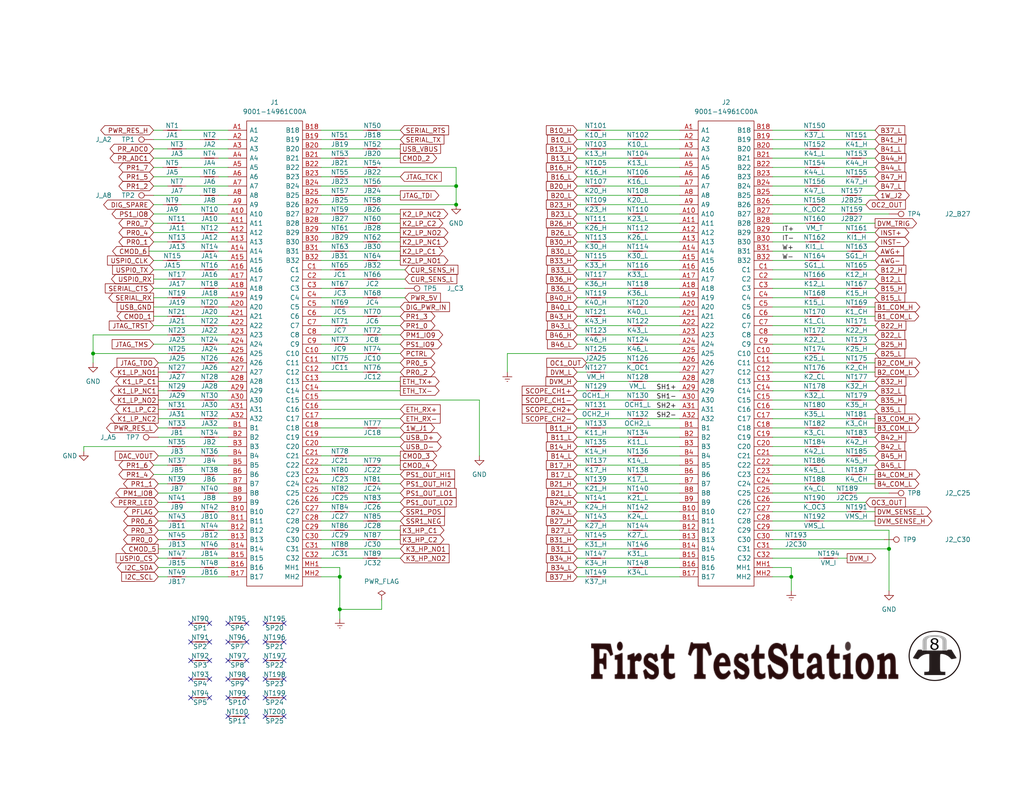
<source format=kicad_sch>
(kicad_sch (version 20230121) (generator eeschema)
  (paper "A")
  (title_block (title "FIRST TEST STATION SELFTEST BOARD 640-1010-020") (date "2023-10-01") (rev "2.0"))
  (junction (at 25.4 96.52))
  (junction (at 124.46 55.88))
  (junction (at 124.46 50.8))
  (junction (at 215.9 157.48))
  (junction (at 92.71 166.37))
  (junction (at 92.71 157.48))
  (junction (at 242.57 149.86))
  (no_connect (at 62.23 185.42))
  (no_connect (at 72.39 195.58))
  (no_connect (at 77.47 170.18))
  (no_connect (at 62.23 170.18))
  (no_connect (at 52.07 180.34))
  (no_connect (at 77.47 180.34))
  (no_connect (at 57.15 190.5))
  (no_connect (at 67.31 180.34))
  (no_connect (at 62.23 195.58))
  (no_connect (at 52.07 175.26))
  (no_connect (at 67.31 170.18))
  (no_connect (at 57.15 170.18))
  (no_connect (at 57.15 185.42))
  (no_connect (at 72.39 170.18))
  (no_connect (at 77.47 195.58))
  (no_connect (at 62.23 175.26))
  (no_connect (at 77.47 185.42))
  (no_connect (at 72.39 190.5))
  (no_connect (at 77.47 190.5))
  (no_connect (at 67.31 190.5))
  (no_connect (at 57.15 180.34))
  (no_connect (at 52.07 185.42))
  (no_connect (at 67.31 195.58))
  (no_connect (at 52.07 190.5))
  (no_connect (at 67.31 175.26))
  (no_connect (at 57.15 175.26))
  (no_connect (at 67.31 185.42))
  (no_connect (at 72.39 175.26))
  (no_connect (at 72.39 180.34))
  (no_connect (at 62.23 180.34))
  (no_connect (at 62.23 190.5))
  (no_connect (at 52.07 170.18))
  (no_connect (at 72.39 185.42))
  (no_connect (at 77.47 175.26))
  (wire (pts (xy 87.63 132.08) (xy 99.06 132.08)))
  (wire (pts (xy 87.63 124.46) (xy 90.17 124.46)))
  (wire (pts (xy 43.18 111.76) (xy 45.72 111.76)))
  (wire (pts (xy 160.02 147.32) (xy 157.48 147.32)))
  (wire (pts (xy 171.45 139.7) (xy 157.48 139.7)))
  (wire (pts (xy 176.53 114.3) (xy 185.42 114.3)))
  (wire (pts (xy 87.63 144.78) (xy 90.17 144.78)))
  (wire (pts (xy 160.02 127) (xy 157.48 127)))
  (wire (pts (xy 171.45 93.98) (xy 157.48 93.98)))
  (wire (pts (xy 224.79 91.44) (xy 238.76 91.44)))
  (wire (pts (xy 87.63 154.94) (xy 92.71 154.94)))
  (wire (pts (xy 210.82 154.94) (xy 215.9 154.94)))
  (wire (pts (xy 231.14 124.46) (xy 210.82 124.46)))
  (wire (pts (xy 224.79 76.2) (xy 238.76 76.2)))
  (wire (pts (xy 62.23 139.7) (xy 59.69 139.7)))
  (wire (pts (xy 87.63 78.74) (xy 90.17 78.74)))
  (wire (pts (xy 231.14 119.38) (xy 210.82 119.38)))
  (wire (pts (xy 41.91 45.72) (xy 44.45 45.72)))
  (wire (pts (xy 176.53 58.42) (xy 185.42 58.42)))
  (wire (pts (xy 165.1 157.48) (xy 185.42 157.48)))
  (wire (pts (xy 41.91 55.88) (xy 44.45 55.88)))
  (wire (pts (xy 231.14 38.1) (xy 210.82 38.1)))
  (wire (pts (xy 219.71 91.44) (xy 210.82 91.44)))
  (wire (pts (xy 238.76 86.36) (xy 224.79 86.36)))
  (wire (pts (xy 62.23 116.84) (xy 50.8 116.84)))
  (wire (pts (xy 138.43 96.52) (xy 138.43 101.6)))
  (wire (pts (xy 165.1 40.64) (xy 185.42 40.64)))
  (wire (pts (xy 87.63 38.1) (xy 90.17 38.1)))
  (wire (pts (xy 160.02 86.36) (xy 157.48 86.36)))
  (wire (pts (xy 157.48 114.3) (xy 171.45 114.3)))
  (wire (pts (xy 95.25 63.5) (xy 109.22 63.5)))
  (wire (pts (xy 43.18 149.86) (xy 54.61 149.86)))
  (wire (pts (xy 43.18 132.08) (xy 45.72 132.08)))
  (wire (pts (xy 62.23 114.3) (xy 59.69 114.3)))
  (wire (pts (xy 160.02 152.4) (xy 157.48 152.4)))
  (wire (pts (xy 59.69 99.06) (xy 62.23 99.06)))
  (wire (pts (xy 238.76 129.54) (xy 236.22 129.54)))
  (wire (pts (xy 165.1 81.28) (xy 185.42 81.28)))
  (wire (pts (xy 62.23 106.68) (xy 50.8 106.68)))
  (wire (pts (xy 104.14 66.04) (xy 109.22 66.04)))
  (wire (pts (xy 160.02 81.28) (xy 157.48 81.28)))
  (wire (pts (xy 224.79 106.68) (xy 238.76 106.68)))
  (wire (pts (xy 231.14 43.18) (xy 210.82 43.18)))
  (wire (pts (xy 236.22 55.88) (xy 224.79 55.88)))
  (wire (pts (xy 95.25 73.66) (xy 110.49 73.66)))
  (wire (pts (xy 43.18 137.16) (xy 45.72 137.16)))
  (wire (pts (xy 160.02 40.64) (xy 157.48 40.64)))
  (wire (pts (xy 104.14 35.56) (xy 109.22 35.56)))
  (wire (pts (xy 62.23 45.72) (xy 49.53 45.72)))
  (wire (pts (xy 236.22 93.98) (xy 238.76 93.98)))
  (wire (pts (xy 92.71 166.37) (xy 92.71 168.91)))
  (wire (pts (xy 41.91 35.56) (xy 44.45 35.56)))
  (wire (pts (xy 87.63 147.32) (xy 99.06 147.32)))
  (wire (pts (xy 104.14 152.4) (xy 109.22 152.4)))
  (wire (pts (xy 43.18 114.3) (xy 54.61 114.3)))
  (wire (pts (xy 171.45 88.9) (xy 157.48 88.9)))
  (wire (pts (xy 87.63 53.34) (xy 90.17 53.34)))
  (wire (pts (xy 176.53 78.74) (xy 185.42 78.74)))
  (wire (pts (xy 87.63 76.2) (xy 99.06 76.2)))
  (wire (pts (xy 210.82 116.84) (xy 219.71 116.84)))
  (wire (pts (xy 219.71 106.68) (xy 210.82 106.68)))
  (wire (pts (xy 176.53 129.54) (xy 185.42 129.54)))
  (wire (pts (xy 87.63 40.64) (xy 99.06 40.64)))
  (wire (pts (xy 171.45 43.18) (xy 157.48 43.18)))
  (wire (pts (xy 165.1 66.04) (xy 185.42 66.04)))
  (wire (pts (xy 59.69 83.82) (xy 62.23 83.82)))
  (wire (pts (xy 95.25 144.78) (xy 109.22 144.78)))
  (wire (pts (xy 171.45 104.14) (xy 157.48 104.14)))
  (wire (pts (xy 95.25 48.26) (xy 109.22 48.26)))
  (wire (pts (xy 43.18 144.78) (xy 54.61 144.78)))
  (wire (pts (xy 231.14 48.26) (xy 210.82 48.26)))
  (wire (pts (xy 62.23 73.66) (xy 59.69 73.66)))
  (wire (pts (xy 41.91 53.34) (xy 54.61 53.34)))
  (wire (pts (xy 87.63 58.42) (xy 90.17 58.42)))
  (wire (pts (xy 43.18 109.22) (xy 54.61 109.22)))
  (wire (pts (xy 87.63 63.5) (xy 90.17 63.5)))
  (wire (pts (xy 210.82 53.34) (xy 229.87 53.34)))
  (wire (pts (xy 43.18 152.4) (xy 45.72 152.4)))
  (wire (pts (xy 104.14 116.84) (xy 109.22 116.84)))
  (wire (pts (xy 62.23 154.94) (xy 59.69 154.94)))
  (wire (pts (xy 50.8 101.6) (xy 62.23 101.6)))
  (wire (pts (xy 50.8 96.52) (xy 62.23 96.52)))
  (wire (pts (xy 157.48 109.22) (xy 171.45 109.22)))
  (wire (pts (xy 236.22 73.66) (xy 238.76 73.66)))
  (wire (pts (xy 210.82 129.54) (xy 231.14 129.54)))
  (wire (pts (xy 87.63 119.38) (xy 109.22 119.38)))
  (wire (pts (xy 62.23 38.1) (xy 59.69 38.1)))
  (wire (pts (xy 176.53 73.66) (xy 185.42 73.66)))
  (wire (pts (xy 165.1 127) (xy 185.42 127)))
  (wire (pts (xy 176.53 104.14) (xy 185.42 104.14)))
  (wire (pts (xy 234.95 53.34) (xy 238.76 53.34)))
  (wire (pts (xy 165.1 55.88) (xy 185.42 55.88)))
  (wire (pts (xy 219.71 127) (xy 210.82 127)))
  (wire (pts (xy 95.25 78.74) (xy 110.49 78.74)))
  (wire (pts (xy 87.63 91.44) (xy 99.06 91.44)))
  (wire (pts (xy 165.1 86.36) (xy 185.42 86.36)))
  (wire (pts (xy 104.14 86.36) (xy 109.22 86.36)))
  (wire (pts (xy 87.63 121.92) (xy 109.22 121.92)))
  (wire (pts (xy 87.63 127) (xy 99.06 127)))
  (wire (pts (xy 176.53 83.82) (xy 185.42 83.82)))
  (wire (pts (xy 160.02 142.24) (xy 157.48 142.24)))
  (wire (pts (xy 41.91 60.96) (xy 45.72 60.96)))
  (wire (pts (xy 41.91 48.26) (xy 54.61 48.26)))
  (wire (pts (xy 41.91 78.74) (xy 54.61 78.74)))
  (wire (pts (xy 224.79 96.52) (xy 238.76 96.52)))
  (wire (pts (xy 41.91 127) (xy 45.72 127)))
  (wire (pts (xy 219.71 76.2) (xy 210.82 76.2)))
  (wire (pts (xy 165.1 111.76) (xy 185.42 111.76)))
  (wire (pts (xy 87.63 48.26) (xy 90.17 48.26)))
  (wire (pts (xy 171.45 144.78) (xy 157.48 144.78)))
  (wire (pts (xy 95.25 149.86) (xy 109.22 149.86)))
  (wire (pts (xy 171.45 68.58) (xy 157.48 68.58)))
  (wire (pts (xy 228.6 152.4) (xy 231.14 152.4)))
  (wire (pts (xy 95.25 124.46) (xy 109.22 124.46)))
  (wire (pts (xy 124.46 45.72) (xy 124.46 50.8)))
  (wire (pts (xy 87.63 109.22) (xy 130.81 109.22)))
  (wire (pts (xy 210.82 58.42) (xy 229.87 58.42)))
  (wire (pts (xy 95.25 38.1) (xy 109.22 38.1)))
  (wire (pts (xy 62.23 127) (xy 50.8 127)))
  (wire (pts (xy 95.25 83.82) (xy 109.22 83.82)))
  (wire (pts (xy 219.71 121.92) (xy 210.82 121.92)))
  (wire (pts (xy 59.69 149.86) (xy 62.23 149.86)))
  (wire (pts (xy 41.91 71.12) (xy 44.45 71.12)))
  (wire (pts (xy 62.23 81.28) (xy 50.8 81.28)))
  (wire (pts (xy 104.14 60.96) (xy 109.22 60.96)))
  (wire (pts (xy 95.25 129.54) (xy 109.22 129.54)))
  (wire (pts (xy 87.63 55.88) (xy 99.06 55.88)))
  (wire (pts (xy 41.91 88.9) (xy 54.61 88.9)))
  (wire (pts (xy 236.22 38.1) (xy 238.76 38.1)))
  (wire (pts (xy 231.14 104.14) (xy 210.82 104.14)))
  (wire (pts (xy 160.02 60.96) (xy 157.48 60.96)))
  (wire (pts (xy 87.63 129.54) (xy 90.17 129.54)))
  (wire (pts (xy 41.91 129.54) (xy 54.61 129.54)))
  (wire (pts (xy 62.23 111.76) (xy 50.8 111.76)))
  (wire (pts (xy 62.23 58.42) (xy 59.69 58.42)))
  (wire (pts (xy 176.53 149.86) (xy 185.42 149.86)))
  (wire (pts (xy 95.25 58.42) (xy 109.22 58.42)))
  (wire (pts (xy 41.91 76.2) (xy 45.72 76.2)))
  (wire (pts (xy 176.53 68.58) (xy 185.42 68.58)))
  (wire (pts (xy 242.57 144.78) (xy 242.57 149.86)))
  (wire (pts (xy 41.91 86.36) (xy 45.72 86.36)))
  (wire (pts (xy 87.63 66.04) (xy 99.06 66.04)))
  (wire (pts (xy 171.45 119.38) (xy 157.48 119.38)))
  (wire (pts (xy 43.18 106.68) (xy 45.72 106.68)))
  (wire (pts (xy 165.1 132.08) (xy 185.42 132.08)))
  (wire (pts (xy 62.23 86.36) (xy 50.8 86.36)))
  (wire (pts (xy 62.23 144.78) (xy 59.69 144.78)))
  (wire (pts (xy 224.79 142.24) (xy 238.76 142.24)))
  (wire (pts (xy 165.1 76.2) (xy 185.42 76.2)))
  (wire (pts (xy 62.23 68.58) (xy 59.69 68.58)))
  (wire (pts (xy 62.23 48.26) (xy 59.69 48.26)))
  (wire (pts (xy 176.53 124.46) (xy 185.42 124.46)))
  (wire (pts (xy 171.45 124.46) (xy 157.48 124.46)))
  (wire (pts (xy 160.02 99.06) (xy 171.45 99.06)))
  (wire (pts (xy 87.63 71.12) (xy 99.06 71.12)))
  (wire (pts (xy 41.91 83.82) (xy 54.61 83.82)))
  (wire (pts (xy 22.86 121.92) (xy 22.86 123.19)))
  (wire (pts (xy 92.71 154.94) (xy 92.71 157.48)))
  (wire (pts (xy 62.23 71.12) (xy 49.53 71.12)))
  (wire (pts (xy 87.63 81.28) (xy 99.06 81.28)))
  (wire (pts (xy 62.23 104.14) (xy 59.69 104.14)))
  (wire (pts (xy 62.23 142.24) (xy 50.8 142.24)))
  (wire (pts (xy 87.63 137.16) (xy 99.06 137.16)))
  (wire (pts (xy 171.45 58.42) (xy 157.48 58.42)))
  (wire (pts (xy 62.23 119.38) (xy 59.69 119.38)))
  (wire (pts (xy 160.02 35.56) (xy 157.48 35.56)))
  (wire (pts (xy 160.02 76.2) (xy 157.48 76.2)))
  (wire (pts (xy 219.71 35.56) (xy 210.82 35.56)))
  (wire (pts (xy 231.14 139.7) (xy 210.82 139.7)))
  (wire (pts (xy 87.63 60.96) (xy 99.06 60.96)))
  (wire (pts (xy 210.82 101.6) (xy 219.71 101.6)))
  (wire (pts (xy 231.14 109.22) (xy 210.82 109.22)))
  (wire (pts (xy 234.95 58.42) (xy 242.57 58.42)))
  (wire (pts (xy 160.02 116.84) (xy 157.48 116.84)))
  (wire (pts (xy 104.14 76.2) (xy 110.49 76.2)))
  (wire (pts (xy 171.45 83.82) (xy 157.48 83.82)))
  (wire (pts (xy 25.4 91.44) (xy 25.4 96.52)))
  (wire (pts (xy 41.91 66.04) (xy 45.72 66.04)))
  (wire (pts (xy 43.18 139.7) (xy 54.61 139.7)))
  (wire (pts (xy 43.18 142.24) (xy 45.72 142.24)))
  (wire (pts (xy 165.1 71.12) (xy 185.42 71.12)))
  (wire (pts (xy 219.71 71.12) (xy 210.82 71.12)))
  (wire (pts (xy 176.53 109.22) (xy 185.42 109.22)))
  (wire (pts (xy 210.82 157.48) (xy 215.9 157.48)))
  (wire (pts (xy 210.82 132.08) (xy 219.71 132.08)))
  (wire (pts (xy 219.71 55.88) (xy 210.82 55.88)))
  (wire (pts (xy 92.71 157.48) (xy 92.71 166.37)))
  (wire (pts (xy 87.63 93.98) (xy 90.17 93.98)))
  (wire (pts (xy 224.79 111.76) (xy 238.76 111.76)))
  (wire (pts (xy 157.48 111.76) (xy 160.02 111.76)))
  (wire (pts (xy 95.25 68.58) (xy 109.22 68.58)))
  (wire (pts (xy 62.23 53.34) (xy 59.69 53.34)))
  (wire (pts (xy 231.14 88.9) (xy 210.82 88.9)))
  (wire (pts (xy 165.1 50.8) (xy 185.42 50.8)))
  (wire (pts (xy 62.23 55.88) (xy 49.53 55.88)))
  (wire (pts (xy 62.23 132.08) (xy 50.8 132.08)))
  (wire (pts (xy 87.63 99.06) (xy 90.17 99.06)))
  (wire (pts (xy 62.23 129.54) (xy 59.69 129.54)))
  (wire (pts (xy 59.69 93.98) (xy 62.23 93.98)))
  (wire (pts (xy 104.14 91.44) (xy 109.22 91.44)))
  (wire (pts (xy 43.18 101.6) (xy 45.72 101.6)))
  (wire (pts (xy 219.71 142.24) (xy 210.82 142.24)))
  (wire (pts (xy 104.14 163.83) (xy 104.14 166.37)))
  (wire (pts (xy 41.91 58.42) (xy 54.61 58.42)))
  (wire (pts (xy 236.22 119.38) (xy 238.76 119.38)))
  (wire (pts (xy 176.53 93.98) (xy 185.42 93.98)))
  (wire (pts (xy 87.63 43.18) (xy 90.17 43.18)))
  (wire (pts (xy 210.82 114.3) (xy 231.14 114.3)))
  (wire (pts (xy 165.1 45.72) (xy 185.42 45.72)))
  (wire (pts (xy 43.18 99.06) (xy 54.61 99.06)))
  (wire (pts (xy 165.1 35.56) (xy 185.42 35.56)))
  (wire (pts (xy 176.53 154.94) (xy 185.42 154.94)))
  (wire (pts (xy 87.63 111.76) (xy 109.22 111.76)))
  (wire (pts (xy 160.02 50.8) (xy 157.48 50.8)))
  (wire (pts (xy 165.1 91.44) (xy 185.42 91.44)))
  (wire (pts (xy 130.81 109.22) (xy 130.81 124.46)))
  (wire (pts (xy 104.14 147.32) (xy 109.22 147.32)))
  (wire (pts (xy 210.82 86.36) (xy 219.71 86.36)))
  (wire (pts (xy 41.91 81.28) (xy 45.72 81.28)))
  (wire (pts (xy 238.76 116.84) (xy 224.79 116.84)))
  (wire (pts (xy 231.14 63.5) (xy 210.82 63.5)))
  (wire (pts (xy 43.18 104.14) (xy 54.61 104.14)))
  (wire (pts (xy 87.63 142.24) (xy 99.06 142.24)))
  (wire (pts (xy 43.18 119.38) (xy 54.61 119.38)))
  (wire (pts (xy 236.22 78.74) (xy 238.76 78.74)))
  (wire (pts (xy 95.25 134.62) (xy 109.22 134.62)))
  (wire (pts (xy 160.02 137.16) (xy 157.48 137.16)))
  (wire (pts (xy 95.25 88.9) (xy 109.22 88.9)))
  (wire (pts (xy 224.79 45.72) (xy 238.76 45.72)))
  (wire (pts (xy 62.23 121.92) (xy 50.8 121.92)))
  (wire (pts (xy 62.23 137.16) (xy 50.8 137.16)))
  (wire (pts (xy 87.63 104.14) (xy 109.22 104.14)))
  (wire (pts (xy 62.23 43.18) (xy 59.69 43.18)))
  (wire (pts (xy 165.1 116.84) (xy 185.42 116.84)))
  (wire (pts (xy 41.91 63.5) (xy 54.61 63.5)))
  (wire (pts (xy 224.79 50.8) (xy 238.76 50.8)))
  (wire (pts (xy 87.63 35.56) (xy 99.06 35.56)))
  (wire (pts (xy 210.82 134.62) (xy 228.6 134.62)))
  (wire (pts (xy 219.71 137.16) (xy 210.82 137.16)))
  (wire (pts (xy 50.8 91.44) (xy 62.23 91.44)))
  (wire (pts (xy 25.4 96.52) (xy 45.72 96.52)))
  (wire (pts (xy 87.63 96.52) (xy 99.06 96.52)))
  (wire (pts (xy 104.14 96.52) (xy 109.22 96.52)))
  (wire (pts (xy 171.45 154.94) (xy 157.48 154.94)))
  (wire (pts (xy 231.14 68.58) (xy 210.82 68.58)))
  (wire (pts (xy 176.53 48.26) (xy 185.42 48.26)))
  (wire (pts (xy 171.45 129.54) (xy 157.48 129.54)))
  (wire (pts (xy 176.53 63.5) (xy 185.42 63.5)))
  (wire (pts (xy 62.23 35.56) (xy 49.53 35.56)))
  (wire (pts (xy 238.76 83.82) (xy 236.22 83.82)))
  (wire (pts (xy 50.8 66.04) (xy 62.23 66.04)))
  (wire (pts (xy 87.63 157.48) (xy 92.71 157.48)))
  (wire (pts (xy 87.63 45.72) (xy 99.06 45.72)))
  (wire (pts (xy 224.79 127) (xy 238.76 127)))
  (wire (pts (xy 219.71 45.72) (xy 210.82 45.72)))
  (wire (pts (xy 124.46 50.8) (xy 124.46 55.88)))
  (wire (pts (xy 210.82 144.78) (xy 242.57 144.78)))
  (wire (pts (xy 160.02 66.04) (xy 157.48 66.04)))
  (wire (pts (xy 62.23 88.9) (xy 59.69 88.9)))
  (wire (pts (xy 50.8 147.32) (xy 62.23 147.32)))
  (wire (pts (xy 210.82 149.86) (xy 242.57 149.86)))
  (wire (pts (xy 62.23 124.46) (xy 59.69 124.46)))
  (wire (pts (xy 165.1 142.24) (xy 185.42 142.24)))
  (wire (pts (xy 62.23 134.62) (xy 59.69 134.62)))
  (wire (pts (xy 176.53 53.34) (xy 185.42 53.34)))
  (wire (pts (xy 236.22 88.9) (xy 238.76 88.9)))
  (wire (pts (xy 165.1 152.4) (xy 185.42 152.4)))
  (wire (pts (xy 236.22 139.7) (xy 238.76 139.7)))
  (wire (pts (xy 104.14 127) (xy 109.22 127)))
  (wire (pts (xy 87.63 73.66) (xy 90.17 73.66)))
  (wire (pts (xy 87.63 68.58) (xy 90.17 68.58)))
  (wire (pts (xy 41.91 50.8) (xy 45.72 50.8)))
  (wire (pts (xy 171.45 134.62) (xy 157.48 134.62)))
  (wire (pts (xy 157.48 106.68) (xy 160.02 106.68)))
  (wire (pts (xy 87.63 149.86) (xy 90.17 149.86)))
  (wire (pts (xy 104.14 137.16) (xy 109.22 137.16)))
  (wire (pts (xy 171.45 78.74) (xy 157.48 78.74)))
  (wire (pts (xy 87.63 139.7) (xy 90.17 139.7)))
  (wire (pts (xy 160.02 71.12) (xy 157.48 71.12)))
  (wire (pts (xy 165.1 101.6) (xy 185.42 101.6)))
  (wire (pts (xy 95.25 53.34) (xy 109.22 53.34)))
  (wire (pts (xy 242.57 149.86) (xy 242.57 161.29)))
  (wire (pts (xy 41.91 73.66) (xy 54.61 73.66)))
  (wire (pts (xy 210.82 83.82) (xy 231.14 83.82)))
  (wire (pts (xy 87.63 134.62) (xy 90.17 134.62)))
  (wire (pts (xy 236.22 124.46) (xy 238.76 124.46)))
  (wire (pts (xy 50.8 60.96) (xy 62.23 60.96)))
  (wire (pts (xy 87.63 116.84) (xy 99.06 116.84)))
  (wire (pts (xy 231.14 73.66) (xy 210.82 73.66)))
  (wire (pts (xy 171.45 149.86) (xy 157.48 149.86)))
  (wire (pts (xy 238.76 114.3) (xy 236.22 114.3)))
  (wire (pts (xy 171.45 48.26) (xy 157.48 48.26)))
  (wire (pts (xy 41.91 43.18) (xy 54.61 43.18)))
  (wire (pts (xy 176.53 119.38) (xy 185.42 119.38)))
  (wire (pts (xy 176.53 38.1) (xy 185.42 38.1)))
  (wire (pts (xy 43.18 154.94) (xy 54.61 154.94)))
  (wire (pts (xy 43.18 134.62) (xy 54.61 134.62)))
  (wire (pts (xy 25.4 96.52) (xy 25.4 99.06)))
  (wire (pts (xy 160.02 157.48) (xy 157.48 157.48)))
  (wire (pts (xy 50.8 76.2) (xy 62.23 76.2)))
  (wire (pts (xy 224.79 35.56) (xy 238.76 35.56)))
  (wire (pts (xy 219.71 96.52) (xy 210.82 96.52)))
  (wire (pts (xy 238.76 99.06) (xy 236.22 99.06)))
  (wire (pts (xy 104.14 132.08) (xy 109.22 132.08)))
  (wire (pts (xy 176.53 99.06) (xy 185.42 99.06)))
  (wire (pts (xy 160.02 55.88) (xy 157.48 55.88)))
  (wire (pts (xy 41.91 38.1) (xy 54.61 38.1)))
  (wire (pts (xy 238.76 71.12) (xy 224.79 71.12)))
  (wire (pts (xy 87.63 83.82) (xy 90.17 83.82)))
  (wire (pts (xy 87.63 114.3) (xy 109.22 114.3)))
  (wire (pts (xy 176.53 43.18) (xy 185.42 43.18)))
  (wire (pts (xy 43.18 147.32) (xy 45.72 147.32)))
  (wire (pts (xy 210.82 66.04) (xy 219.71 66.04)))
  (wire (pts (xy 22.86 121.92) (xy 45.72 121.92)))
  (wire (pts (xy 176.53 139.7) (xy 185.42 139.7)))
  (wire (pts (xy 171.45 53.34) (xy 157.48 53.34)))
  (wire (pts (xy 176.53 88.9) (xy 185.42 88.9)))
  (wire (pts (xy 62.23 63.5) (xy 59.69 63.5)))
  (wire (pts (xy 176.53 134.62) (xy 185.42 134.62)))
  (wire (pts (xy 219.71 40.64) (xy 210.82 40.64)))
  (wire (pts (xy 43.18 116.84) (xy 45.72 116.84)))
  (wire (pts (xy 160.02 45.72) (xy 157.48 45.72)))
  (wire (pts (xy 171.45 38.1) (xy 157.48 38.1)))
  (wire (pts (xy 210.82 147.32) (xy 214.63 147.32)))
  (wire (pts (xy 176.53 144.78) (xy 185.42 144.78)))
  (wire (pts (xy 87.63 86.36) (xy 99.06 86.36)))
  (wire (pts (xy 165.1 137.16) (xy 185.42 137.16)))
  (wire (pts (xy 219.71 111.76) (xy 210.82 111.76)))
  (wire (pts (xy 87.63 50.8) (xy 99.06 50.8)))
  (wire (pts (xy 219.71 147.32) (xy 241.3 147.32)))
  (wire (pts (xy 62.23 152.4) (xy 50.8 152.4)))
  (wire (pts (xy 165.1 121.92) (xy 185.42 121.92)))
  (wire (pts (xy 104.14 50.8) (xy 124.46 50.8)))
  (wire (pts (xy 238.76 101.6) (xy 224.79 101.6)))
  (wire (pts (xy 236.22 43.18) (xy 238.76 43.18)))
  (wire (pts (xy 224.79 121.92) (xy 238.76 121.92)))
  (wire (pts (xy 95.25 43.18) (xy 109.22 43.18)))
  (wire (pts (xy 165.1 147.32) (xy 185.42 147.32)))
  (wire (pts (xy 62.23 78.74) (xy 59.69 78.74)))
  (wire (pts (xy 165.1 96.52) (xy 185.42 96.52)))
  (wire (pts (xy 165.1 106.68) (xy 185.42 106.68)))
  (wire (pts (xy 160.02 121.92) (xy 157.48 121.92)))
  (wire (pts (xy 238.76 132.08) (xy 224.79 132.08)))
  (wire (pts (xy 215.9 157.48) (xy 215.9 161.29)))
  (wire (pts (xy 104.14 142.24) (xy 109.22 142.24)))
  (wire (pts (xy 236.22 104.14) (xy 238.76 104.14)))
  (wire (pts (xy 224.79 40.64) (xy 238.76 40.64)))
  (wire (pts (xy 224.79 60.96) (xy 238.76 60.96)))
  (wire (pts (xy 59.69 109.22) (xy 62.23 109.22)))
  (wire (pts (xy 231.14 93.98) (xy 210.82 93.98)))
  (wire (pts (xy 104.14 55.88) (xy 124.46 55.88)))
  (wire (pts (xy 138.43 96.52) (xy 160.02 96.52)))
  (wire (pts (xy 236.22 137.16) (xy 224.79 137.16)))
  (wire (pts (xy 171.45 73.66) (xy 157.48 73.66)))
  (wire (pts (xy 104.14 81.28) (xy 110.49 81.28)))
  (wire (pts (xy 50.8 40.64) (xy 62.23 40.64)))
  (wire (pts (xy 165.1 60.96) (xy 185.42 60.96)))
  (wire (pts (xy 104.14 45.72) (xy 124.46 45.72)))
  (wire (pts (xy 95.25 99.06) (xy 109.22 99.06)))
  (wire (pts (xy 238.76 63.5) (xy 236.22 63.5)))
  (wire (pts (xy 238.76 66.04) (xy 224.79 66.04)))
  (wire (pts (xy 25.4 91.44) (xy 45.72 91.44)))
  (wire (pts (xy 238.76 68.58) (xy 236.22 68.58)))
  (wire (pts (xy 210.82 152.4) (xy 223.52 152.4)))
  (wire (pts (xy 62.23 157.48) (xy 50.8 157.48)))
  (wire (pts (xy 224.79 81.28) (xy 238.76 81.28)))
  (wire (pts (xy 41.91 40.64) (xy 45.72 40.64)))
  (wire (pts (xy 87.63 88.9) (xy 90.17 88.9)))
  (wire (pts (xy 236.22 48.26) (xy 238.76 48.26)))
  (wire (pts (xy 41.91 93.98) (xy 54.61 93.98)))
  (wire (pts (xy 171.45 63.5) (xy 157.48 63.5)))
  (wire (pts (xy 160.02 91.44) (xy 157.48 91.44)))
  (wire (pts (xy 95.25 139.7) (xy 109.22 139.7)))
  (wire (pts (xy 92.71 166.37) (xy 104.14 166.37)))
  (wire (pts (xy 95.25 93.98) (xy 109.22 93.98)))
  (wire (pts (xy 40.64 68.58) (xy 54.61 68.58)))
  (wire (pts (xy 210.82 99.06) (xy 231.14 99.06)))
  (wire (pts (xy 43.18 124.46) (xy 54.61 124.46)))
  (wire (pts (xy 236.22 109.22) (xy 238.76 109.22)))
  (wire (pts (xy 231.14 78.74) (xy 210.82 78.74)))
  (wire (pts (xy 104.14 40.64) (xy 109.22 40.64)))
  (wire (pts (xy 233.68 134.62) (xy 242.57 134.62)))
  (wire (pts (xy 104.14 101.6) (xy 109.22 101.6)))
  (wire (pts (xy 87.63 152.4) (xy 99.06 152.4)))
  (wire (pts (xy 87.63 101.6) (xy 99.06 101.6)))
  (wire (pts (xy 219.71 60.96) (xy 210.82 60.96)))
  (wire (pts (xy 50.8 50.8) (xy 62.23 50.8)))
  (wire (pts (xy 160.02 132.08) (xy 157.48 132.08)))
  (wire (pts (xy 160.02 101.6) (xy 157.48 101.6)))
  (wire (pts (xy 104.14 71.12) (xy 109.22 71.12)))
  (wire (pts (xy 87.63 106.68) (xy 109.22 106.68)))
  (wire (pts (xy 219.71 81.28) (xy 210.82 81.28)))
  (wire (pts (xy 219.71 50.8) (xy 210.82 50.8)))
  (wire (pts (xy 215.9 154.94) (xy 215.9 157.48)))
  (wire (pts (xy 43.18 157.48) (xy 45.72 157.48)))
  (image (at 255.27 179.07))
  (image (at 203.2 180.34) (scale 2.13772))
  (label "W-" (at 213.36 71.12 0))
  (label "SH2-" (at 179.07 114.3 0))
  (label "SH1-" (at 179.07 109.22 0))
  (label "SH2+" (at 179.07 111.76 0))
  (label "SH1+" (at 179.07 106.68 0))
  (label "W+" (at 213.36 68.58 0))
  (label "IT-" (at 213.36 66.04 0))
  (label "IT+" (at 213.36 63.5 0))
  (global_label "PR0_0" (shape bidirectional) (at 43.18 147.32 180) (property "Intersheetrefs" "${INTERSHEET_REFS}" (effects hide)))
  (global_label "INST+" (shape bidirectional) (at 238.76 63.5 0) (property "Intersheetrefs" "${INTERSHEET_REFS}" (effects hide)))
  (global_label "K1_LP_C1" (shape output) (at 43.18 104.14 180) (property "Intersheetrefs" "${INTERSHEET_REFS}" (effects hide)))
  (global_label "PR1_1" (shape bidirectional) (at 43.18 132.08 180) (property "Intersheetrefs" "${INTERSHEET_REFS}" (effects hide)))
  (global_label "OC3_OUT" (shape input) (at 236.22 137.16 0) (property "Intersheetrefs" "${INTERSHEET_REFS}" (effects hide)))
  (global_label "PR0_4" (shape bidirectional) (at 41.91 63.5 180) (property "Intersheetrefs" "${INTERSHEET_REFS}" (effects hide)))
  (global_label "B36_L" (shape input) (at 157.48 78.74 180) (property "Intersheetrefs" "${INTERSHEET_REFS}" (effects hide)))
  (global_label "DAC_VOUT" (shape input) (at 43.18 124.46 180) (property "Intersheetrefs" "${INTERSHEET_REFS}" (effects hide)))
  (global_label "I2C_SCL" (shape input) (at 43.18 157.48 180) (property "Intersheetrefs" "${INTERSHEET_REFS}" (effects hide)))
  (global_label "B31_L" (shape input) (at 157.48 149.86 180) (property "Intersheetrefs" "${INTERSHEET_REFS}" (effects hide)))
  (global_label "B46_H" (shape input) (at 157.48 91.44 180) (property "Intersheetrefs" "${INTERSHEET_REFS}" (effects hide)))
  (global_label "PR1_3" (shape bidirectional) (at 109.22 86.36 0) (property "Intersheetrefs" "${INTERSHEET_REFS}" (effects hide)))
  (global_label "PFLAG" (shape bidirectional) (at 43.18 139.7 180) (property "Intersheetrefs" "${INTERSHEET_REFS}" (effects hide)))
  (global_label "JTAG_TRST" (shape input) (at 41.91 88.9 180) (property "Intersheetrefs" "${INTERSHEET_REFS}" (effects hide)))
  (global_label "B10_L" (shape input) (at 157.48 38.1 180) (property "Intersheetrefs" "${INTERSHEET_REFS}" (effects hide)))
  (global_label "B10_H" (shape input) (at 157.48 35.56 180) (property "Intersheetrefs" "${INTERSHEET_REFS}" (effects hide)))
  (global_label "B13_H" (shape input) (at 157.48 40.64 180) (property "Intersheetrefs" "${INTERSHEET_REFS}" (effects hide)))
  (global_label "ETH_RX-" (shape input) (at 109.22 114.3 0) (property "Intersheetrefs" "${INTERSHEET_REFS}" (effects hide)))
  (global_label "B32_H" (shape input) (at 238.76 104.14 0) (property "Intersheetrefs" "${INTERSHEET_REFS}" (effects hide)))
  (global_label "K1_LP_C2" (shape output) (at 43.18 111.76 180) (property "Intersheetrefs" "${INTERSHEET_REFS}" (effects hide)))
  (global_label "K2_LP_NC2" (shape output) (at 109.22 58.42 0) (property "Intersheetrefs" "${INTERSHEET_REFS}" (effects hide)))
  (global_label "PWR_RES_L" (shape bidirectional) (at 43.18 116.84 180) (property "Intersheetrefs" "${INTERSHEET_REFS}" (effects hide)))
  (global_label "K1_LP_NO1" (shape output) (at 43.18 101.6 180) (property "Intersheetrefs" "${INTERSHEET_REFS}" (effects hide)))
  (global_label "SERIAL_RX" (shape output) (at 41.91 81.28 180) (property "Intersheetrefs" "${INTERSHEET_REFS}" (effects hide)))
  (global_label "B15_H" (shape input) (at 238.76 78.74 0) (property "Intersheetrefs" "${INTERSHEET_REFS}" (effects hide)))
  (global_label "B17_L" (shape input) (at 157.48 129.54 180) (property "Intersheetrefs" "${INTERSHEET_REFS}" (effects hide)))
  (global_label "PM1_IO9" (shape bidirectional) (at 109.22 91.44 0) (property "Intersheetrefs" "${INTERSHEET_REFS}" (effects hide)))
  (global_label "PR1_6" (shape bidirectional) (at 41.91 127 180) (property "Intersheetrefs" "${INTERSHEET_REFS}" (effects hide)))
  (global_label "B4_COM_H" (shape output) (at 238.76 129.54 0) (property "Intersheetrefs" "${INTERSHEET_REFS}" (effects hide)))
  (global_label "AWG+" (shape input) (at 238.76 68.58 0) (property "Intersheetrefs" "${INTERSHEET_REFS}" (effects hide)))
  (global_label "PR_ADC0" (shape bidirectional) (at 41.91 40.64 180) (property "Intersheetrefs" "${INTERSHEET_REFS}" (effects hide)))
  (global_label "B42_L" (shape input) (at 238.76 121.92 0) (property "Intersheetrefs" "${INTERSHEET_REFS}" (effects hide)))
  (global_label "SERIAL_RTS" (shape input) (at 109.22 35.56 0) (property "Intersheetrefs" "${INTERSHEET_REFS}" (effects hide)))
  (global_label "B41_L" (shape input) (at 238.76 40.64 0) (property "Intersheetrefs" "${INTERSHEET_REFS}" (effects hide)))
  (global_label "JTAG_TDI" (shape output) (at 109.22 53.34 0) (property "Intersheetrefs" "${INTERSHEET_REFS}" (effects hide)))
  (global_label "SSR1_NEG" (shape input) (at 109.22 142.24 0) (property "Intersheetrefs" "${INTERSHEET_REFS}" (effects hide)))
  (global_label "USB_VBUS" (shape passive) (at 109.22 40.64 0) (property "Intersheetrefs" "${INTERSHEET_REFS}" (effects hide)))
  (global_label "DIG_PWR_IN" (shape input) (at 109.22 83.82 0) (property "Intersheetrefs" "${INTERSHEET_REFS}" (effects hide)))
  (global_label "SCOPE_CH2+" (shape input) (at 157.48 111.76 180) (property "Intersheetrefs" "${INTERSHEET_REFS}" (effects hide)))
  (global_label "JTAG_TCK" (shape input) (at 109.22 48.26 0) (property "Intersheetrefs" "${INTERSHEET_REFS}" (effects hide)))
  (global_label "B35_L" (shape input) (at 238.76 111.76 0) (property "Intersheetrefs" "${INTERSHEET_REFS}" (effects hide)))
  (global_label "PR0_3" (shape bidirectional) (at 43.18 144.78 180) (property "Intersheetrefs" "${INTERSHEET_REFS}" (effects hide)))
  (global_label "B45_H" (shape input) (at 238.76 124.46 0) (property "Intersheetrefs" "${INTERSHEET_REFS}" (effects hide)))
  (global_label "B44_L" (shape input) (at 238.76 45.72 0) (property "Intersheetrefs" "${INTERSHEET_REFS}" (effects hide)))
  (global_label "B3_COM_L" (shape output) (at 238.76 116.84 0) (property "Intersheetrefs" "${INTERSHEET_REFS}" (effects hide)))
  (global_label "DVM_SENSE_H" (shape output) (at 238.76 142.24 0) (property "Intersheetrefs" "${INTERSHEET_REFS}" (effects hide)))
  (global_label "K2_LP_NO2" (shape output) (at 109.22 63.5 0) (property "Intersheetrefs" "${INTERSHEET_REFS}" (effects hide)))
  (global_label "SCOPE_CH2-" (shape input) (at 157.48 114.3 180) (property "Intersheetrefs" "${INTERSHEET_REFS}" (effects hide)))
  (global_label "B13_L" (shape input) (at 157.48 43.18 180) (property "Intersheetrefs" "${INTERSHEET_REFS}" (effects hide)))
  (global_label "DVM_L" (shape input) (at 157.48 101.6 180) (property "Intersheetrefs" "${INTERSHEET_REFS}" (effects hide)))
  (global_label "B17_H" (shape input) (at 157.48 127 180) (property "Intersheetrefs" "${INTERSHEET_REFS}" (effects hide)))
  (global_label "DVM_H" (shape input) (at 157.48 104.14 180) (property "Intersheetrefs" "${INTERSHEET_REFS}" (effects hide)))
  (global_label "B36_H" (shape input) (at 157.48 76.2 180) (property "Intersheetrefs" "${INTERSHEET_REFS}" (effects hide)))
  (global_label "B47_H" (shape input) (at 238.76 48.26 0) (property "Intersheetrefs" "${INTERSHEET_REFS}" (effects hide)))
  (global_label "USPI0_RX" (shape output) (at 41.91 76.2 180) (property "Intersheetrefs" "${INTERSHEET_REFS}" (effects hide)))
  (global_label "PS1_OUT_HI1" (shape input) (at 109.22 129.54 0) (property "Intersheetrefs" "${INTERSHEET_REFS}" (effects hide)))
  (global_label "PR0_5" (shape bidirectional) (at 109.22 99.06 0) (property "Intersheetrefs" "${INTERSHEET_REFS}" (effects hide)))
  (global_label "B40_H" (shape input) (at 157.48 81.28 180) (property "Intersheetrefs" "${INTERSHEET_REFS}" (effects hide)))
  (global_label "PM1_IO8" (shape bidirectional) (at 43.18 134.62 180) (property "Intersheetrefs" "${INTERSHEET_REFS}" (effects hide)))
  (global_label "PERR_LED" (shape bidirectional) (at 43.18 137.16 180) (property "Intersheetrefs" "${INTERSHEET_REFS}" (effects hide)))
  (global_label "B37_H" (shape input) (at 157.48 157.48 180) (property "Intersheetrefs" "${INTERSHEET_REFS}" (effects hide)))
  (global_label "PS1_IO9" (shape bidirectional) (at 109.22 93.98 0) (property "Intersheetrefs" "${INTERSHEET_REFS}" (effects hide)))
  (global_label "K2_LP_C1" (shape output) (at 109.22 68.58 0) (property "Intersheetrefs" "${INTERSHEET_REFS}" (effects hide)))
  (global_label "USPI0_CS" (shape input) (at 43.18 152.4 180) (property "Intersheetrefs" "${INTERSHEET_REFS}" (effects hide)))
  (global_label "B30_L" (shape input) (at 157.48 68.58 180) (property "Intersheetrefs" "${INTERSHEET_REFS}" (effects hide)))
  (global_label "B34_H" (shape input) (at 157.48 152.4 180) (property "Intersheetrefs" "${INTERSHEET_REFS}" (effects hide)))
  (global_label "PWR_RES_H" (shape bidirectional) (at 41.91 35.56 180) (property "Intersheetrefs" "${INTERSHEET_REFS}" (effects hide)))
  (global_label "SSR1_POS" (shape input) (at 109.22 139.7 0) (property "Intersheetrefs" "${INTERSHEET_REFS}" (effects hide)))
  (global_label "B41_H" (shape input) (at 238.76 38.1 0) (property "Intersheetrefs" "${INTERSHEET_REFS}" (effects hide)))
  (global_label "SERIAL_TX" (shape input) (at 109.22 38.1 0) (property "Intersheetrefs" "${INTERSHEET_REFS}" (effects hide)))
  (global_label "CMOD_3" (shape output) (at 109.22 124.46 0) (property "Intersheetrefs" "${INTERSHEET_REFS}" (effects hide)))
  (global_label "CMOD_6" (shape output) (at 40.64 68.58 180) (property "Intersheetrefs" "${INTERSHEET_REFS}" (effects hide)))
  (global_label "PR1_7" (shape bidirectional) (at 41.91 45.72 180) (property "Intersheetrefs" "${INTERSHEET_REFS}" (effects hide)))
  (global_label "DVM_TRIG" (shape output) (at 238.76 60.96 0) (property "Intersheetrefs" "${INTERSHEET_REFS}" (effects hide)))
  (global_label "B31_H" (shape input) (at 157.48 147.32 180) (property "Intersheetrefs" "${INTERSHEET_REFS}" (effects hide)))
  (global_label "B33_H" (shape input) (at 157.48 71.12 180) (property "Intersheetrefs" "${INTERSHEET_REFS}" (effects hide)))
  (global_label "CMOD_5" (shape output) (at 43.18 149.86 180) (property "Intersheetrefs" "${INTERSHEET_REFS}" (effects hide)))
  (global_label "AWG-" (shape input) (at 238.76 71.12 0) (property "Intersheetrefs" "${INTERSHEET_REFS}" (effects hide)))
  (global_label "B27_H" (shape input) (at 157.48 142.24 180) (property "Intersheetrefs" "${INTERSHEET_REFS}" (effects hide)))
  (global_label "B11_L" (shape input) (at 157.48 119.38 180) (property "Intersheetrefs" "${INTERSHEET_REFS}" (effects hide)))
  (global_label "DIG_SPARE" (shape bidirectional) (at 41.91 55.88 180) (property "Intersheetrefs" "${INTERSHEET_REFS}" (effects hide)))
  (global_label "PR_ADC1" (shape bidirectional) (at 41.91 43.18 180) (property "Intersheetrefs" "${INTERSHEET_REFS}" (effects hide)))
  (global_label "SCOPE_CH1+" (shape input) (at 157.48 106.68 180) (property "Intersheetrefs" "${INTERSHEET_REFS}" (effects hide)))
  (global_label "OC2_OUT" (shape input) (at 236.22 55.88 0) (property "Intersheetrefs" "${INTERSHEET_REFS}" (effects hide)))
  (global_label "K1_LP_NO2" (shape output) (at 43.18 109.22 180) (property "Intersheetrefs" "${INTERSHEET_REFS}" (effects hide)))
  (global_label "K2_LP_NC1" (shape output) (at 109.22 66.04 0) (property "Intersheetrefs" "${INTERSHEET_REFS}" (effects hide)))
  (global_label "B20_H" (shape input) (at 157.48 50.8 180) (property "Intersheetrefs" "${INTERSHEET_REFS}" (effects hide)))
  (global_label "B21_H" (shape input) (at 157.48 132.08 180) (property "Intersheetrefs" "${INTERSHEET_REFS}" (effects hide)))
  (global_label "B25_L" (shape input) (at 238.76 96.52 0) (property "Intersheetrefs" "${INTERSHEET_REFS}" (effects hide)))
  (global_label "B16_H" (shape input) (at 157.48 45.72 180) (property "Intersheetrefs" "${INTERSHEET_REFS}" (effects hide)))
  (global_label "DVM_I" (shape output) (at 231.14 152.4 0) (property "Intersheetrefs" "${INTERSHEET_REFS}" (effects hide)))
  (global_label "B12_H" (shape input) (at 238.76 73.66 0) (property "Intersheetrefs" "${INTERSHEET_REFS}" (effects hide)))
  (global_label "B26_L" (shape input) (at 157.48 63.5 180) (property "Intersheetrefs" "${INTERSHEET_REFS}" (effects hide)))
  (global_label "USPI0_TX" (shape input) (at 41.91 73.66 180) (property "Intersheetrefs" "${INTERSHEET_REFS}" (effects hide)))
  (global_label "DVM_SENSE_L" (shape output) (at 238.76 139.7 0) (property "Intersheetrefs" "${INTERSHEET_REFS}" (effects hide)))
  (global_label "PS1_IO8" (shape bidirectional) (at 41.91 58.42 180) (property "Intersheetrefs" "${INTERSHEET_REFS}" (effects hide)))
  (global_label "K1_LP_NC1" (shape output) (at 43.18 106.68 180) (property "Intersheetrefs" "${INTERSHEET_REFS}" (effects hide)))
  (global_label "SERIAL_CTS" (shape input) (at 41.91 78.74 180) (property "Intersheetrefs" "${INTERSHEET_REFS}" (effects hide)))
  (global_label "CUR_SENS_L" (shape input) (at 110.49 76.2 0) (property "Intersheetrefs" "${INTERSHEET_REFS}" (effects hide)))
  (global_label "1W_J1" (shape bidirectional) (at 109.22 116.84 0) (property "Intersheetrefs" "${INTERSHEET_REFS}" (effects hide)))
  (global_label "B20_L" (shape input) (at 157.48 53.34 180) (property "Intersheetrefs" "${INTERSHEET_REFS}" (effects hide)))
  (global_label "USB_D-" (shape bidirectional) (at 109.22 121.92 0) (property "Intersheetrefs" "${INTERSHEET_REFS}" (effects hide)))
  (global_label "B33_L" (shape input) (at 157.48 73.66 180) (property "Intersheetrefs" "${INTERSHEET_REFS}" (effects hide)))
  (global_label "B16_L" (shape input) (at 157.48 48.26 180) (property "Intersheetrefs" "${INTERSHEET_REFS}" (effects hide)))
  (global_label "B46_L" (shape input) (at 157.48 93.98 180) (property "Intersheetrefs" "${INTERSHEET_REFS}" (effects hide)))
  (global_label "B43_H" (shape input) (at 157.48 86.36 180) (property "Intersheetrefs" "${INTERSHEET_REFS}" (effects hide)))
  (global_label "PCTRL" (shape bidirectional) (at 109.22 96.52 0) (property "Intersheetrefs" "${INTERSHEET_REFS}" (effects hide)))
  (global_label "B22_H" (shape input) (at 238.76 88.9 0) (property "Intersheetrefs" "${INTERSHEET_REFS}" (effects hide)))
  (global_label "PWR_5V" (shape input) (at 110.49 81.28 0) (property "Intersheetrefs" "${INTERSHEET_REFS}" (effects hide)))
  (global_label "USB_GND" (shape passive) (at 41.91 83.82 180) (property "Intersheetrefs" "${INTERSHEET_REFS}" (effects hide)))
  (global_label "PR0_6" (shape bidirectional) (at 43.18 142.24 180) (property "Intersheetrefs" "${INTERSHEET_REFS}" (effects hide)))
  (global_label "K3_HP_C2" (shape output) (at 109.22 147.32 0) (property "Intersheetrefs" "${INTERSHEET_REFS}" (effects hide)))
  (global_label "USPI0_CLK" (shape input) (at 41.91 71.12 180) (property "Intersheetrefs" "${INTERSHEET_REFS}" (effects hide)))
  (global_label "K1_LP_NC2" (shape output) (at 43.18 114.3 180) (property "Intersheetrefs" "${INTERSHEET_REFS}" (effects hide)))
  (global_label "B25_H" (shape input) (at 238.76 93.98 0) (property "Intersheetrefs" "${INTERSHEET_REFS}" (effects hide)))
  (global_label "B23_H" (shape input) (at 157.48 55.88 180) (property "Intersheetrefs" "${INTERSHEET_REFS}" (effects hide)))
  (global_label "PR0_2" (shape bidirectional) (at 109.22 101.6 0) (property "Intersheetrefs" "${INTERSHEET_REFS}" (effects hide)))
  (global_label "B24_H" (shape input) (at 157.48 137.16 180) (property "Intersheetrefs" "${INTERSHEET_REFS}" (effects hide)))
  (global_label "B3_COM_H" (shape output) (at 238.76 114.3 0) (property "Intersheetrefs" "${INTERSHEET_REFS}" (effects hide)))
  (global_label "K2_LP_NO1" (shape output) (at 109.22 71.12 0) (property "Intersheetrefs" "${INTERSHEET_REFS}" (effects hide)))
  (global_label "ETH_RX+" (shape input) (at 109.22 111.76 0) (property "Intersheetrefs" "${INTERSHEET_REFS}" (effects hide)))
  (global_label "PS1_OUT_HI2" (shape input) (at 109.22 132.08 0) (property "Intersheetrefs" "${INTERSHEET_REFS}" (effects hide)))
  (global_label "B32_L" (shape input) (at 238.76 106.68 0) (property "Intersheetrefs" "${INTERSHEET_REFS}" (effects hide)))
  (global_label "PS1_OUT_LO2" (shape input) (at 109.22 137.16 0) (property "Intersheetrefs" "${INTERSHEET_REFS}" (effects hide)))
  (global_label "B22_L" (shape input) (at 238.76 91.44 0) (property "Intersheetrefs" "${INTERSHEET_REFS}" (effects hide)))
  (global_label "B14_L" (shape input) (at 157.48 124.46 180) (property "Intersheetrefs" "${INTERSHEET_REFS}" (effects hide)))
  (global_label "B27_L" (shape input) (at 157.48 144.78 180) (property "Intersheetrefs" "${INTERSHEET_REFS}" (effects hide)))
  (global_label "B43_L" (shape input) (at 157.48 88.9 180) (property "Intersheetrefs" "${INTERSHEET_REFS}" (effects hide)))
  (global_label "K3_HP_C1" (shape output) (at 109.22 144.78 0) (property "Intersheetrefs" "${INTERSHEET_REFS}" (effects hide)))
  (global_label "ETH_TX+" (shape output) (at 109.22 104.14 0) (property "Intersheetrefs" "${INTERSHEET_REFS}" (effects hide)))
  (global_label "B44_H" (shape input) (at 238.76 43.18 0) (property "Intersheetrefs" "${INTERSHEET_REFS}" (effects hide)))
  (global_label "B21_L" (shape input) (at 157.48 134.62 180) (property "Intersheetrefs" "${INTERSHEET_REFS}" (effects hide)))
  (global_label "JTAG_TMS" (shape input) (at 41.91 93.98 180) (property "Intersheetrefs" "${INTERSHEET_REFS}" (effects hide)))
  (global_label "B12_L" (shape input) (at 238.76 76.2 0) (property "Intersheetrefs" "${INTERSHEET_REFS}" (effects hide)))
  (global_label "CMOD_2" (shape output) (at 109.22 43.18 0) (property "Intersheetrefs" "${INTERSHEET_REFS}" (effects hide)))
  (global_label "USB_D+" (shape bidirectional) (at 109.22 119.38 0) (property "Intersheetrefs" "${INTERSHEET_REFS}" (effects hide)))
  (global_label "B45_L" (shape input) (at 238.76 127 0) (property "Intersheetrefs" "${INTERSHEET_REFS}" (effects hide)))
  (global_label "K3_HP_NO1" (shape input) (at 109.22 149.86 0) (property "Intersheetrefs" "${INTERSHEET_REFS}" (effects hide)))
  (global_label "JTAG_TDO" (shape input) (at 43.18 99.06 180) (property "Intersheetrefs" "${INTERSHEET_REFS}" (effects hide)))
  (global_label "CMOD_4" (shape output) (at 109.22 127 0) (property "Intersheetrefs" "${INTERSHEET_REFS}" (effects hide)))
  (global_label "PR0_7" (shape bidirectional) (at 41.91 60.96 180) (property "Intersheetrefs" "${INTERSHEET_REFS}" (effects hide)))
  (global_label "B35_H" (shape input) (at 238.76 109.22 0) (property "Intersheetrefs" "${INTERSHEET_REFS}" (effects hide)))
  (global_label "OC1_OUT" (shape input) (at 160.02 99.06 180) (property "Intersheetrefs" "${INTERSHEET_REFS}" (effects hide)))
  (global_label "B42_H" (shape input) (at 238.76 119.38 0) (property "Intersheetrefs" "${INTERSHEET_REFS}" (effects hide)))
  (global_label "B47_L" (shape input) (at 238.76 50.8 0) (property "Intersheetrefs" "${INTERSHEET_REFS}" (effects hide)))
  (global_label "INST-" (shape bidirectional) (at 238.76 66.04 0) (property "Intersheetrefs" "${INTERSHEET_REFS}" (effects hide)))
  (global_label "B15_L" (shape input) (at 238.76 81.28 0) (property "Intersheetrefs" "${INTERSHEET_REFS}" (effects hide)))
  (global_label "B37_L" (shape input) (at 238.76 35.56 0) (property "Intersheetrefs" "${INTERSHEET_REFS}" (effects hide)))
  (global_label "B4_COM_L" (shape output) (at 238.76 132.08 0) (property "Intersheetrefs" "${INTERSHEET_REFS}" (effects hide)))
  (global_label "CUR_SENS_H" (shape input) (at 110.49 73.66 0) (property "Intersheetrefs" "${INTERSHEET_REFS}" (effects hide)))
  (global_label "B1_COM_H" (shape output) (at 238.76 83.82 0) (property "Intersheetrefs" "${INTERSHEET_REFS}" (effects hide)))
  (global_label "ETH_TX-" (shape output) (at 109.22 106.68 0) (property "Intersheetrefs" "${INTERSHEET_REFS}" (effects hide)))
  (global_label "B2_COM_H" (shape output) (at 238.76 99.06 0) (property "Intersheetrefs" "${INTERSHEET_REFS}" (effects hide)))
  (global_label "B23_L" (shape input) (at 157.48 58.42 180) (property "Intersheetrefs" "${INTERSHEET_REFS}" (effects hide)))
  (global_label "1W_J2" (shape bidirectional) (at 238.76 53.34 0) (property "Intersheetrefs" "${INTERSHEET_REFS}" (effects hide)))
  (global_label "K2_LP_C2" (shape output) (at 109.22 60.96 0) (property "Intersheetrefs" "${INTERSHEET_REFS}" (effects hide)))
  (global_label "B11_H" (shape input) (at 157.48 116.84 180) (property "Intersheetrefs" "${INTERSHEET_REFS}" (effects hide)))
  (global_label "PS1_OUT_LO1" (shape input) (at 109.22 134.62 0) (property "Intersheetrefs" "${INTERSHEET_REFS}" (effects hide)))
  (global_label "PR1_4" (shape bidirectional) (at 41.91 129.54 180) (property "Intersheetrefs" "${INTERSHEET_REFS}" (effects hide)))
  (global_label "B2_COM_L" (shape output) (at 238.76 101.6 0) (property "Intersheetrefs" "${INTERSHEET_REFS}" (effects hide)))
  (global_label "PR1_2" (shape bidirectional) (at 41.91 50.8 180) (property "Intersheetrefs" "${INTERSHEET_REFS}" (effects hide)))
  (global_label "PR0_1" (shape bidirectional) (at 41.91 66.04 180) (property "Intersheetrefs" "${INTERSHEET_REFS}" (effects hide)))
  (global_label "B24_L" (shape input) (at 157.48 139.7 180) (property "Intersheetrefs" "${INTERSHEET_REFS}" (effects hide)))
  (global_label "PR1_5" (shape bidirectional) (at 41.91 48.26 180) (property "Intersheetrefs" "${INTERSHEET_REFS}" (effects hide)))
  (global_label "I2C_SDA" (shape bidirectional) (at 43.18 154.94 180) (property "Intersheetrefs" "${INTERSHEET_REFS}" (effects hide)))
  (global_label "K3_HP_NO2" (shape input) (at 109.22 152.4 0) (property "Intersheetrefs" "${INTERSHEET_REFS}" (effects hide)))
  (global_label "CMOD_1" (shape output) (at 41.91 86.36 180) (property "Intersheetrefs" "${INTERSHEET_REFS}" (effects hide)))
  (global_label "B1_COM_L" (shape output) (at 238.76 86.36 0) (property "Intersheetrefs" "${INTERSHEET_REFS}" (effects hide)))
  (global_label "SCOPE_CH1-" (shape input) (at 157.48 109.22 180) (property "Intersheetrefs" "${INTERSHEET_REFS}" (effects hide)))
  (global_label "B30_H" (shape input) (at 157.48 66.04 180) (property "Intersheetrefs" "${INTERSHEET_REFS}" (effects hide)))
  (global_label "B14_H" (shape input) (at 157.48 121.92 180) (property "Intersheetrefs" "${INTERSHEET_REFS}" (effects hide)))
  (global_label "PR1_0" (shape bidirectional) (at 109.22 88.9 0) (property "Intersheetrefs" "${INTERSHEET_REFS}" (effects hide)))
  (global_label "B26_H" (shape input) (at 157.48 60.96 180) (property "Intersheetrefs" "${INTERSHEET_REFS}" (effects hide)))
  (global_label "B40_L" (shape input) (at 157.48 83.82 180) (property "Intersheetrefs" "${INTERSHEET_REFS}" (effects hide)))
  (global_label "B34_L" (shape input) (at 157.48 154.94 180) (property "Intersheetrefs" "${INTERSHEET_REFS}" (effects hide)))
  (symbol (lib_id "Library:NetTie_2") (at 57.15 93.98 0) (unit 1)
    (property "Reference" "NT24" (at 57.15 92.71 0))
    (property "Value" "JA24" (at 57.15 95.25 0))
    (property "Footprint" "NetTie:NetTie-2_Front1.0mm" (effects hide))
  )
  (symbol (lib_id "Library:NetTie_2") (at 233.68 104.14 0) (unit 1)
    (property "Reference" "NT177" (at 233.68 102.87 0))
    (property "Value" "K32_H" (at 233.68 105.41 0))
    (property "Footprint" "NetTie:NetTie-2_Front1.0mm" (effects hide))
  )
  (symbol (lib_id "Library:NetTie_2") (at 57.15 109.22 0) (unit 1)
    (property "Reference" "NT30" (at 57.15 107.95 0))
    (property "Value" "JA30" (at 57.15 110.49 0))
    (property "Footprint" "NetTie:NetTie-2_Front1.0mm" (effects hide))
  )
  (symbol (lib_id "Library:NetTie_2") (at 222.25 86.36 0) (mirror y) (unit 1)
    (property "Reference" "NT170" (at 222.25 85.09 0))
    (property "Value" "K1_CL" (at 222.25 87.63 0))
    (property "Footprint" "NetTie:NetTie-2_Front1.0mm" (effects hide))
  )
  (symbol (lib_id "Library:NetTie_2") (at 232.41 53.34 0) (unit 1)
    (property "Reference" "NT157" (at 232.41 52.07 0))
    (property "Value" "J2B25" (at 232.41 54.61 0))
    (property "Footprint" "NetTie:NetTie-2_Front1.0mm" (effects hide))
  )
  (symbol (lib_id "Library:NetTie_2") (at 48.26 111.76 0) (unit 1)
    (property "Reference" "NT31" (at 48.26 110.49 0))
    (property "Value" "JA31" (at 48.26 113.03 0))
    (property "Footprint" "NetTie:NetTie-2_Front1.0mm" (effects hide))
  )
  (symbol (lib_id "Library:NetTie_2") (at 162.56 142.24 0) (mirror y) (unit 1)
    (property "Reference" "NT143" (at 162.56 140.97 0))
    (property "Value" "K27_H" (at 162.56 143.51 0))
    (property "Footprint" "NetTie:NetTie-2_Front1.0mm" (effects hide))
  )
  (symbol (lib_id "Library:NetTie_2") (at 233.68 114.3 0) (unit 1)
    (property "Reference" "NT181" (at 233.68 113.03 0))
    (property "Value" "K3_CH" (at 233.68 115.57 0))
    (property "Footprint" "NetTie:NetTie-2_Front1.0mm" (effects hide))
  )
  (symbol (lib_id "Library:9001-14961C00A") (at 185.42 35.56 0) (unit 1)
    (property "Reference" "J2" (at 198.12 27.94 0))
    (property "Value" "9001-14961C00A" (at 198.12 30.48 0))
    (property "Footprint" "9001-11961:900114961C00A" (effects hide))
    (property "Datasheet" "https://www.verical.com/datasheet/oupiin-america-backplane---hard-metric---din-9001-11961C00A-5759321.pdf" (effects hide))
    (property "Description" "DIN41612 C Type Female" (effects hide))
    (property "Height" "11.1" (effects hide))
    (property "Manufacturer_Name" "OUPIN" (effects hide))
    (property "Manufacturer_Part_Number" "9001-14961C00A" (effects hide))
  )
  (symbol (lib_id "Library:NetTie_2") (at 48.26 121.92 0) (unit 1)
    (property "Reference" "NT35" (at 48.26 120.65 0))
    (property "Value" "JB3" (at 48.26 123.19 0))
    (property "Footprint" "NetTie:NetTie-2_Front1.0mm" (effects hide))
  )
  (symbol (lib_id "Library:NetTie_2") (at 173.99 68.58 0) (mirror y) (unit 1)
    (property "Reference" "NT114" (at 173.99 67.31 0))
    (property "Value" "K30_L" (at 173.99 69.85 0))
    (property "Footprint" "NetTie:NetTie-2_Front1.0mm" (effects hide))
  )
  (symbol (lib_id "Library:NetTie_2") (at 222.25 106.68 0) (unit 1)
    (property "Reference" "NT178" (at 222.25 105.41 0))
    (property "Value" "K32_L" (at 222.25 107.95 0))
    (property "Footprint" "NetTie:NetTie-2_Front1.0mm" (effects hide))
  )
  (symbol (lib_id "Library:NetTie_2") (at 162.56 147.32 0) (mirror y) (unit 1)
    (property "Reference" "NT145" (at 162.56 146.05 0))
    (property "Value" "K31_H" (at 162.56 148.59 0))
    (property "Footprint" "NetTie:NetTie-2_Front1.0mm" (effects hide))
  )
  (symbol (lib_id "Library:NetTie_2") (at 101.6 91.44 0) (mirror y) (unit 1)
    (property "Reference" "NT72" (at 101.6 90.17 0))
    (property "Value" "JC8" (at 101.6 92.71 0))
    (property "Footprint" "NetTie:NetTie-2_Front1.0mm" (effects hide))
  )
  (symbol (lib_id "Library:NetTie_2") (at 101.6 116.84 0) (mirror y) (unit 1)
    (property "Reference" "NT77" (at 101.6 115.57 0))
    (property "Value" "JC18" (at 101.6 118.11 0))
    (property "Footprint" "NetTie:NetTie-2_Front1.0mm" (effects hide))
  )
  (symbol (lib_id "Library:NetTie_2") (at 101.6 142.24 0) (mirror y) (unit 1)
    (property "Reference" "NT85" (at 101.6 140.97 0))
    (property "Value" "JC28" (at 101.6 143.51 0))
    (property "Footprint" "NetTie:NetTie-2_Front1.0mm" (effects hide))
  )
  (symbol (lib_id "Library:NetTie_2") (at 222.25 40.64 0) (unit 1)
    (property "Reference" "NT152" (at 222.25 39.37 0))
    (property "Value" "K41_L" (at 222.25 41.91 0))
    (property "Footprint" "NetTie:NetTie-2_Front1.0mm" (effects hide))
  )
  (symbol (lib_id "Library:NetTie_2") (at 231.14 134.62 0) (mirror y) (unit 1)
    (property "Reference" "NT189" (at 231.14 133.35 0))
    (property "Value" "J2C25" (at 231.14 135.89 0))
    (property "Footprint" "NetTie:NetTie-2_Front1.0mm" (effects hide))
  )
  (symbol (lib_id "Library:NetTie_2") (at 222.25 66.04 0) (mirror y) (unit 1)
    (property "Reference" "NT162" (at 222.25 64.77 0))
    (property "Value" "KI1_L" (at 222.25 67.31 0))
    (property "Footprint" "NetTie:NetTie-2_Front1.0mm" (effects hide))
  )
  (symbol (lib_id "Library:NetTie_2") (at 222.25 132.08 0) (mirror y) (unit 1)
    (property "Reference" "NT188" (at 222.25 130.81 0))
    (property "Value" "K4_CL" (at 222.25 133.35 0))
    (property "Footprint" "NetTie:NetTie-2_Front1.0mm" (effects hide))
  )
  (symbol (lib_id "Library:NetTie_2") (at 54.61 175.26 0) (mirror y) (unit 1)
    (property "Reference" "NT91" (at 54.61 173.99 0))
    (property "Value" "SP2" (at 54.61 176.53 0))
    (property "Footprint" "NetTie:NetTie-2_Front1.0mm" (effects hide))
  )
  (symbol (lib_id "Library:NetTie_2") (at 222.25 137.16 0) (mirror y) (unit 1)
    (property "Reference" "NT190" (at 222.25 135.89 0))
    (property "Value" "K_OC3" (at 222.25 138.43 0))
    (property "Footprint" "NetTie:NetTie-2_Front1.0mm" (effects hide))
  )
  (symbol (lib_id "Library:NetTie_2") (at 162.56 157.48 0) (mirror y) (unit 1)
    (property "Reference" "NT149" (at 162.56 156.21 0))
    (property "Value" "K37_H" (at 162.56 158.75 0))
    (property "Footprint" "NetTie:NetTie-2_Front1.0mm" (effects hide))
  )
  (symbol (lib_id "Library:NetTie_2") (at 48.26 132.08 0) (unit 1)
    (property "Reference" "NT39" (at 48.26 130.81 0))
    (property "Value" "JB7" (at 48.26 133.35 0))
    (property "Footprint" "NetTie:NetTie-2_Front1.0mm" (effects hide))
  )
  (symbol (lib_id "Library:NetTie_2") (at 101.6 86.36 0) (mirror y) (unit 1)
    (property "Reference" "NT70" (at 101.6 85.09 0))
    (property "Value" "JC6" (at 101.6 87.63 0))
    (property "Footprint" "NetTie:NetTie-2_Front1.0mm" (effects hide))
  )
  (symbol (lib_id "Library:NetTie_2") (at 57.15 53.34 0) (unit 1)
    (property "Reference" "NT8" (at 57.15 52.07 0))
    (property "Value" "JA8" (at 57.15 54.61 0))
    (property "Footprint" "NetTie:NetTie-2_Front1.0mm" (effects hide))
  )
  (symbol (lib_id "Library:NetTie_2") (at 92.71 144.78 0) (mirror y) (unit 1)
    (property "Reference" "NT86" (at 92.71 143.51 0))
    (property "Value" "JC29" (at 92.71 146.05 0))
    (property "Footprint" "NetTie:NetTie-2_Front1.0mm" (effects hide))
  )
  (symbol (lib_id "Library:NetTie_2") (at 173.99 119.38 0) (mirror y) (unit 1)
    (property "Reference" "NT134" (at 173.99 118.11 0))
    (property "Value" "K11_L" (at 173.99 120.65 0))
    (property "Footprint" "NetTie:NetTie-2_Front1.0mm" (effects hide))
  )
  (symbol (lib_id "Library:NetTie_2") (at 57.15 139.7 0) (unit 1)
    (property "Reference" "NT42" (at 57.15 138.43 0))
    (property "Value" "JB10" (at 57.15 140.97 0))
    (property "Footprint" "NetTie:NetTie-2_Front1.0mm" (effects hide))
  )
  (symbol (lib_id "power:PWR_FLAG") (at 104.14 163.83 0) (unit 1)
    (property "Reference" "#FLG03" (effects hide))
    (property "Value" "PWR_FLAG" (at 104.14 158.75 0))
    (instances (project "selftest_bd" (path "" (reference "#FLG03") (unit 1)) (path "" (reference "#FLG04") (unit 1))))
  )
  (symbol (lib_id "Library:NetTie_2") (at 233.68 109.22 0) (unit 1)
    (property "Reference" "NT179" (at 233.68 107.95 0))
    (property "Value" "K35_H" (at 233.68 110.49 0))
    (property "Footprint" "NetTie:NetTie-2_Front1.0mm" (effects hide))
  )
  (symbol (lib_id "Library:NetTie_2") (at 162.56 71.12 0) (mirror y) (unit 1)
    (property "Reference" "NT115" (at 162.56 69.85 0))
    (property "Value" "K33_H" (at 162.56 72.39 0))
    (property "Footprint" "NetTie:NetTie-2_Front1.0mm" (effects hide))
  )
  (symbol (lib_id "Library:NetTie_2") (at 48.26 50.8 0) (unit 1)
    (property "Reference" "NT7" (at 48.26 49.53 0))
    (property "Value" "JA7" (at 48.26 52.07 0))
    (property "Footprint" "NetTie:NetTie-2_Front1.0mm" (effects hide))
  )
  (symbol (lib_id "Library:9001-14961C00A") (at 62.23 35.56 0) (unit 1)
    (property "Reference" "J1" (at 74.93 27.94 0))
    (property "Value" "9001-14961C00A" (at 74.93 30.48 0))
    (property "Footprint" "9001-11961:900114961C00A" (effects hide))
    (property "Datasheet" "https://www.verical.com/datasheet/oupiin-america-backplane---hard-metric---din-9001-11961C00A-5759321.pdf" (effects hide))
    (property "Description" "DIN41612 C Type Female" (effects hide))
    (property "Height" "11.1" (effects hide))
    (property "Manufacturer_Name" "OUPIN" (effects hide))
    (property "Manufacturer_Part_Number" "9001-14961C00A" (effects hide))
  )
  (symbol (lib_id "Library:NetTie_2") (at 64.77 180.34 0) (mirror y) (unit 1)
    (property "Reference" "NT97" (at 64.77 179.07 0))
    (property "Value" "SP8" (at 64.77 181.61 0))
    (property "Footprint" "NetTie:NetTie-2_Front1.0mm" (effects hide))
  )
  (symbol (lib_id "Library:NetTie_2") (at 173.99 144.78 0) (mirror y) (unit 1)
    (property "Reference" "NT144" (at 173.99 143.51 0))
    (property "Value" "K27_L" (at 173.99 146.05 0))
    (property "Footprint" "NetTie:NetTie-2_Front1.0mm" (effects hide))
  )
  (symbol (lib_id "Library:NetTie_2") (at 222.25 60.96 0) (unit 1)
    (property "Reference" "NT160" (at 222.25 59.69 0))
    (property "Value" "VM_T" (at 222.25 62.23 0))
    (property "Footprint" "NetTie:NetTie-2_Front1.0mm" (effects hide))
  )
  (symbol (lib_id "Library:NetTie_2") (at 222.25 91.44 0) (unit 1)
    (property "Reference" "NT172" (at 222.25 90.17 0))
    (property "Value" "K22_L" (at 222.25 92.71 0))
    (property "Footprint" "NetTie:NetTie-2_Front1.0mm" (effects hide))
  )
  (symbol (lib_id "Library:NetTie_2") (at 162.56 137.16 0) (mirror y) (unit 1)
    (property "Reference" "NT141" (at 162.56 135.89 0))
    (property "Value" "K24_H" (at 162.56 138.43 0))
    (property "Footprint" "NetTie:NetTie-2_Front1.0mm" (effects hide))
  )
  (symbol (lib_id "Library:NetTie_2") (at 48.26 76.2 0) (unit 1)
    (property "Reference" "NT17" (at 48.26 74.93 0))
    (property "Value" "JA17" (at 48.26 77.47 0))
    (property "Footprint" "NetTie:NetTie-2_Front1.0mm" (effects hide))
  )
  (symbol (lib_id "Library:NetTie_2") (at 162.56 40.64 0) (mirror y) (unit 1)
    (property "Reference" "NT103" (at 162.56 39.37 0))
    (property "Value" "K13_H" (at 162.56 41.91 0))
    (property "Footprint" "NetTie:NetTie-2_Front1.0mm" (effects hide))
  )
  (symbol (lib_id "Library:NetTie_2") (at 101.6 96.52 0) (mirror y) (unit 1)
    (property "Reference" "NT74" (at 101.6 95.25 0))
    (property "Value" "JC10" (at 101.6 97.79 0))
    (property "Footprint" "NetTie:NetTie-2_Front1.0mm" (effects hide))
  )
  (symbol (lib_id "Library:NetTie_2") (at 74.93 170.18 0) (mirror y) (unit 1)
    (property "Reference" "NT195" (at 74.93 168.91 0))
    (property "Value" "SP20" (at 74.93 171.45 0))
    (property "Footprint" "NetTie:NetTie-2_Front1.0mm" (effects hide))
  )
  (symbol (lib_id "Library:NetTie_2") (at 222.25 121.92 0) (unit 1)
    (property "Reference" "NT184" (at 222.25 120.65 0))
    (property "Value" "K42_L" (at 222.25 123.19 0))
    (property "Footprint" "NetTie:NetTie-2_Front1.0mm" (effects hide))
  )
  (symbol (lib_id "Library:NetTie_2") (at 233.68 78.74 0) (unit 1)
    (property "Reference" "NT167" (at 233.68 77.47 0))
    (property "Value" "K15_H" (at 233.68 80.01 0))
    (property "Footprint" "NetTie:NetTie-2_Front1.0mm" (effects hide))
  )
  (symbol (lib_id "Library:NetTie_2") (at 57.15 154.94 0) (unit 1)
    (property "Reference" "NT48" (at 57.15 153.67 0))
    (property "Value" "JB16" (at 57.15 156.21 0))
    (property "Footprint" "NetTie:NetTie-2_Front1.0mm" (effects hide))
  )
  (symbol (lib_id "Library:NetTie_2") (at 57.15 149.86 0) (unit 1)
    (property "Reference" "NT46" (at 57.15 148.59 0))
    (property "Value" "JB14" (at 57.15 151.13 0))
    (property "Footprint" "NetTie:NetTie-2_Front1.0mm" (effects hide))
  )
  (symbol (lib_id "Library:NetTie_2") (at 101.6 35.56 0) (mirror y) (unit 1)
    (property "Reference" "NT50" (at 101.6 34.29 0))
    (property "Value" "JB18" (at 101.6 36.83 0))
    (property "Footprint" "NetTie:NetTie-2_Front1.0mm" (effects hide))
  )
  (symbol (lib_id "Library:NetTie_2") (at 92.71 73.66 0) (mirror y) (unit 1)
    (property "Reference" "NT65" (at 92.71 72.39 0))
    (property "Value" "JC1" (at 92.71 74.93 0))
    (property "Footprint" "NetTie:NetTie-2_Front1.0mm" (effects hide))
  )
  (symbol (lib_id "Library:NetTie_2") (at 48.26 101.6 0) (unit 1)
    (property "Reference" "NT27" (at 48.26 100.33 0))
    (property "Value" "JA27" (at 48.26 102.87 0))
    (property "Footprint" "NetTie:NetTie-2_Front1.0mm" (effects hide))
  )
  (symbol (lib_id "Library:NetTie_2") (at 162.56 121.92 0) (mirror y) (unit 1)
    (property "Reference" "NT135" (at 162.56 120.65 0))
    (property "Value" "K14_H" (at 162.56 123.19 0))
    (property "Footprint" "NetTie:NetTie-2_Front1.0mm" (effects hide))
  )
  (symbol (lib_id "power:GND") (at 242.57 161.29 0) (unit 1)
    (property "Reference" "#PWR07" (effects hide))
    (property "Value" "GND" (at 242.57 166.37 0))
  )
  (symbol (lib_id "Library:NetTie_2") (at 162.56 132.08 0) (mirror y) (unit 1)
    (property "Reference" "NT139" (at 162.56 130.81 0))
    (property "Value" "K21_H" (at 162.56 133.35 0))
    (property "Footprint" "NetTie:NetTie-2_Front1.0mm" (effects hide))
  )
  (symbol (lib_id "Library:NetTie_2") (at 57.15 48.26 0) (unit 1)
    (property "Reference" "NT6" (at 57.15 46.99 0))
    (property "Value" "JA6" (at 57.15 49.53 0))
    (property "Footprint" "NetTie:NetTie-2_Front1.0mm" (effects hide))
  )
  (symbol (lib_id "Library:NetTie_2") (at 48.26 91.44 0) (unit 1)
    (property "Reference" "NT23" (at 48.26 90.17 0))
    (property "Value" "JA23" (at 48.26 92.71 0))
    (property "Footprint" "NetTie:NetTie-2_Front1.0mm" (effects hide))
  )
  (symbol (lib_id "Library:NetTie_2") (at 57.15 63.5 0) (unit 1)
    (property "Reference" "NT12" (at 57.15 62.23 0))
    (property "Value" "JA12" (at 57.15 64.77 0))
    (property "Footprint" "NetTie:NetTie-2_Front1.0mm" (effects hide))
  )
  (symbol (lib_id "Library:NetTie_2") (at 57.15 68.58 0) (unit 1)
    (property "Reference" "NT14" (at 57.15 67.31 0))
    (property "Value" "JA14" (at 57.15 69.85 0))
    (property "Footprint" "NetTie:NetTie-2_Front1.0mm" (effects hide))
  )
  (symbol (lib_id "Library:NetTie_2") (at 92.71 149.86 0) (mirror y) (unit 1)
    (property "Reference" "NT88" (at 92.71 148.59 0))
    (property "Value" "JC31" (at 92.71 151.13 0))
    (property "Footprint" "NetTie:NetTie-2_Front1.0mm" (effects hide))
  )
  (symbol (lib_id "Library:NetTie_2") (at 233.68 68.58 0) (unit 1)
    (property "Reference" "NT163" (at 233.68 67.31 0))
    (property "Value" "SG1_H" (at 233.68 69.85 0))
    (property "Footprint" "NetTie:NetTie-2_Front1.0mm" (effects hide))
  )
  (symbol (lib_id "Library:TestPoint") (at 242.57 134.62 270) (unit 1)
    (property "Reference" "TP8" (at 247.65 134.62 90) (effects (justify left)))
    (property "Value" "J2_C25" (at 257.81 134.62 90) (effects (justify left)))
    (property "Footprint" "TestPoint:TestPoint_THTPad_D1.5mm_Drill0.7mm" (effects hide))
  )
  (symbol (lib_id "Library:NetTie_2") (at 162.56 106.68 0) (mirror y) (unit 1)
    (property "Reference" "NT129" (at 162.56 105.41 0))
    (property "Value" "OCH1_H" (at 162.56 107.95 0))
    (property "Footprint" "NetTie:NetTie-2_Front1.0mm" (effects hide))
  )
  (symbol (lib_id "Library:NetTie_2") (at 101.6 137.16 0) (mirror y) (unit 1)
    (property "Reference" "NT83" (at 101.6 135.89 0))
    (property "Value" "JC26" (at 101.6 138.43 0))
    (property "Footprint" "NetTie:NetTie-2_Front1.0mm" (effects hide))
  )
  (symbol (lib_id "Library:NetTie_2") (at 57.15 88.9 0) (unit 1)
    (property "Reference" "NT22" (at 57.15 87.63 0))
    (property "Value" "JA22" (at 57.15 90.17 0))
    (property "Footprint" "NetTie:NetTie-2_Front1.0mm" (effects hide))
  )
  (symbol (lib_id "Library:NetTie_2") (at 57.15 124.46 0) (unit 1)
    (property "Reference" "NT36" (at 57.15 123.19 0))
    (property "Value" "JB4" (at 57.15 125.73 0))
    (property "Footprint" "NetTie:NetTie-2_Front1.0mm" (effects hide))
  )
  (symbol (lib_id "Library:NetTie_2") (at 222.25 45.72 0) (unit 1)
    (property "Reference" "NT154" (at 222.25 44.45 0))
    (property "Value" "K44_L" (at 222.25 46.99 0))
    (property "Footprint" "NetTie:NetTie-2_Front1.0mm" (effects hide))
  )
  (symbol (lib_id "Library:NetTie_2") (at 173.99 129.54 0) (mirror y) (unit 1)
    (property "Reference" "NT138" (at 173.99 128.27 0))
    (property "Value" "K17_L" (at 173.99 130.81 0))
    (property "Footprint" "NetTie:NetTie-2_Front1.0mm" (effects hide))
  )
  (symbol (lib_id "power:Earth") (at 92.71 168.91 0) (unit 1)
    (property "Reference" "#PWR05" (effects hide))
    (property "Value" "Earth" (effects hide))
  )
  (symbol (lib_id "Library:NetTie_2") (at 92.71 83.82 0) (mirror y) (unit 1)
    (property "Reference" "NT69" (at 92.71 82.55 0))
    (property "Value" "JC5" (at 92.71 85.09 0))
    (property "Footprint" "NetTie:NetTie-2_Front1.0mm" (effects hide))
  )
  (symbol (lib_id "Library:NetTie_2") (at 57.15 58.42 0) (unit 1)
    (property "Reference" "NT10" (at 57.15 57.15 0))
    (property "Value" "JA10" (at 57.15 59.69 0))
    (property "Footprint" "NetTie:NetTie-2_Front1.0mm" (effects hide))
  )
  (symbol (lib_id "Library:TestPoint") (at 110.49 78.74 270) (unit 1)
    (property "Reference" "TP5" (at 115.57 78.74 90) (effects (justify left)))
    (property "Value" "J_C3" (at 121.92 78.74 90) (effects (justify left)))
    (property "Footprint" "TestPoint:TestPoint_THTPad_D1.5mm_Drill0.7mm" (effects hide))
  )
  (symbol (lib_id "Library:NetTie_2") (at 64.77 175.26 0) (mirror y) (unit 1)
    (property "Reference" "NT96" (at 64.77 173.99 0))
    (property "Value" "SP7" (at 64.77 176.53 0))
    (property "Footprint" "NetTie:NetTie-2_Front1.0mm" (effects hide))
  )
  (symbol (lib_id "power:GND") (at 22.86 123.19 0) (mirror y) (unit 1)
    (property "Reference" "#PWR03" (effects hide))
    (property "Value" "GND" (at 19.05 124.46 0))
  )
  (symbol (lib_id "power:Earth") (at 215.9 161.29 0) (unit 1)
    (property "Reference" "#PWR06" (effects hide))
    (property "Value" "Earth" (effects hide))
  )
  (symbol (lib_id "Library:NetTie_2") (at 101.6 66.04 0) (mirror y) (unit 1)
    (property "Reference" "NT62" (at 101.6 64.77 0))
    (property "Value" "JB30" (at 101.6 67.31 0))
    (property "Footprint" "NetTie:NetTie-2_Front1.0mm" (effects hide))
  )
  (symbol (lib_id "Library:NetTie_2") (at 173.99 83.82 0) (mirror y) (unit 1)
    (property "Reference" "NT120" (at 173.99 82.55 0))
    (property "Value" "K40_L" (at 173.99 85.09 0))
    (property "Footprint" "NetTie:NetTie-2_Front1.0mm" (effects hide))
  )
  (symbol (lib_id "Library:NetTie_2") (at 162.56 101.6 0) (mirror y) (unit 1)
    (property "Reference" "NT127" (at 162.56 100.33 0))
    (property "Value" "VM_H" (at 162.56 102.87 0))
    (property "Footprint" "NetTie:NetTie-2_Front1.0mm" (effects hide))
  )
  (symbol (lib_id "Library:NetTie_2") (at 48.26 142.24 0) (unit 1)
    (property "Reference" "NT43" (at 48.26 140.97 0))
    (property "Value" "JB11" (at 48.26 143.51 0))
    (property "Footprint" "NetTie:NetTie-2_Front1.0mm" (effects hide))
  )
  (symbol (lib_id "Library:NetTie_2") (at 48.26 96.52 0) (unit 1)
    (property "Reference" "NT25" (at 48.26 95.25 0))
    (property "Value" "JA25" (at 48.26 97.79 0))
    (property "Footprint" "NetTie:NetTie-2_Front1.0mm" (effects hide))
  )
  (symbol (lib_id "power:GND") (at 124.46 55.88 0) (mirror y) (unit 1)
    (property "Reference" "#PWR01" (effects hide))
    (property "Value" "GND" (at 124.46 60.96 0))
  )
  (symbol (lib_id "Library:NetTie_2") (at 48.26 86.36 0) (unit 1)
    (property "Reference" "NT21" (at 48.26 85.09 0))
    (property "Value" "JA21" (at 48.26 87.63 0))
    (property "Footprint" "NetTie:NetTie-2_Front1.0mm" (effects hide))
  )
  (symbol (lib_id "Library:NetTie_2") (at 57.15 73.66 0) (unit 1)
    (property "Reference" "NT16" (at 57.15 72.39 0))
    (property "Value" "JA16" (at 57.15 74.93 0))
    (property "Footprint" "NetTie:NetTie-2_Front1.0mm" (effects hide))
  )
  (symbol (lib_id "Library:NetTie_2") (at 162.56 86.36 0) (mirror y) (unit 1)
    (property "Reference" "NT121" (at 162.56 85.09 0))
    (property "Value" "K43_H" (at 162.56 87.63 0))
    (property "Footprint" "NetTie:NetTie-2_Front1.0mm" (effects hide))
  )
  (symbol (lib_id "Library:NetTie_2") (at 46.99 35.56 0) (unit 1)
    (property "Reference" "NT1" (at 46.99 34.29 0))
    (property "Value" "JA1" (at 46.99 36.83 0))
    (property "Footprint" "NetTie:NetTie-2_Front1.0mm" (effects hide))
  )
  (symbol (lib_id "Library:NetTie_2") (at 101.6 60.96 0) (mirror y) (unit 1)
    (property "Reference" "NT60" (at 101.6 59.69 0))
    (property "Value" "JB28" (at 101.6 62.23 0))
    (property "Footprint" "NetTie:NetTie-2_Front1.0mm" (effects hide))
  )
  (symbol (lib_id "Library:NetTie_2") (at 92.71 124.46 0) (mirror y) (unit 1)
    (property "Reference" "NT78" (at 92.71 123.19 0))
    (property "Value" "JC21" (at 92.71 125.73 0))
    (property "Footprint" "NetTie:NetTie-2_Front1.0mm" (effects hide))
  )
  (symbol (lib_id "Library:NetTie_2") (at 233.68 88.9 0) (unit 1)
    (property "Reference" "NT171" (at 233.68 87.63 0))
    (property "Value" "K22_H" (at 233.68 90.17 0))
    (property "Footprint" "NetTie:NetTie-2_Front1.0mm" (effects hide))
  )
  (symbol (lib_id "Library:NetTie_2") (at 222.25 116.84 0) (unit 1)
    (property "Reference" "NT182" (at 222.25 115.57 0))
    (property "Value" "K3_CL" (at 222.25 118.11 0))
    (property "Footprint" "NetTie:NetTie-2_Front1.0mm" (effects hide))
  )
  (symbol (lib_id "Library:NetTie_2") (at 173.99 149.86 0) (mirror y) (unit 1)
    (property "Reference" "NT146" (at 173.99 148.59 0))
    (property "Value" "K31_L" (at 173.99 151.13 0))
    (property "Footprint" "NetTie:NetTie-2_Front1.0mm" (effects hide))
  )
  (symbol (lib_id "Library:NetTie_2") (at 162.56 91.44 0) (mirror y) (unit 1)
    (property "Reference" "NT123" (at 162.56 90.17 0))
    (property "Value" "K46_H" (at 162.56 92.71 0))
    (property "Footprint" "NetTie:NetTie-2_Front1.0mm" (effects hide))
  )
  (symbol (lib_id "Library:NetTie_2") (at 162.56 96.52 0) (mirror y) (unit 1)
    (property "Reference" "NT125" (at 162.56 95.25 0))
    (property "Value" "J2A25" (at 162.56 97.79 0))
    (property "Footprint" "NetTie:NetTie-2_Front1.0mm" (effects hide))
  )
  (symbol (lib_id "Library:NetTie_2") (at 233.68 119.38 0) (mirror y) (unit 1)
    (property "Reference" "NT183" (at 233.68 118.11 0))
    (property "Value" "K42_H" (at 233.68 120.65 0))
    (property "Footprint" "NetTie:NetTie-2_Front1.0mm" (effects hide))
  )
  (symbol (lib_id "Library:NetTie_2") (at 64.77 185.42 0) (mirror y) (unit 1)
    (property "Reference" "NT98" (at 64.77 184.15 0))
    (property "Value" "SP9" (at 64.77 186.69 0))
    (property "Footprint" "NetTie:NetTie-2_Front1.0mm" (effects hide))
  )
  (symbol (lib_id "Library:NetTie_2") (at 92.71 58.42 0) (mirror y) (unit 1)
    (property "Reference" "NT59" (at 92.71 57.15 0))
    (property "Value" "JB27" (at 92.71 59.69 0))
    (property "Footprint" "NetTie:NetTie-2_Front1.0mm" (effects hide))
  )
  (symbol (lib_id "Library:NetTie_2") (at 92.71 88.9 0) (mirror y) (unit 1)
    (property "Reference" "NT71" (at 92.71 87.63 0))
    (property "Value" "JC7" (at 92.71 90.17 0))
    (property "Footprint" "NetTie:NetTie-2_Front1.0mm" (effects hide))
  )
  (symbol (lib_id "Library:NetTie_2") (at 54.61 170.18 0) (mirror y) (unit 1)
    (property "Reference" "NT90" (at 54.61 168.91 0))
    (property "Value" "SP1" (at 54.61 171.45 0))
    (property "Footprint" "NetTie:NetTie-2_Front1.0mm" (effects hide))
  )
  (symbol (lib_id "Library:NetTie_2") (at 101.6 152.4 0) (mirror y) (unit 1)
    (property "Reference" "NT89" (at 101.6 151.13 0))
    (property "Value" "JC32" (at 101.6 153.67 0))
    (property "Footprint" "NetTie:NetTie-2_Front1.0mm" (effects hide))
  )
  (symbol (lib_id "Library:NetTie_2") (at 57.15 104.14 0) (unit 1)
    (property "Reference" "NT28" (at 57.15 102.87 0))
    (property "Value" "JA28" (at 57.15 105.41 0))
    (property "Footprint" "NetTie:NetTie-2_Front1.0mm" (effects hide))
  )
  (symbol (lib_id "Library:NetTie_2") (at 173.99 88.9 0) (mirror y) (unit 1)
    (property "Reference" "NT122" (at 173.99 87.63 0))
    (property "Value" "K43_L" (at 173.99 90.17 0))
    (property "Footprint" "NetTie:NetTie-2_Front1.0mm" (effects hide))
  )
  (symbol (lib_id "Library:NetTie_2") (at 222.25 101.6 0) (mirror y) (unit 1)
    (property "Reference" "NT176" (at 222.25 100.33 0))
    (property "Value" "K2_CL" (at 222.25 102.87 0))
    (property "Footprint" "NetTie:NetTie-2_Front1.0mm" (effects hide))
  )
  (symbol (lib_id "Library:NetTie_2") (at 92.71 139.7 0) (mirror y) (unit 1)
    (property "Reference" "NT84" (at 92.71 138.43 0))
    (property "Value" "JC27" (at 92.71 140.97 0))
    (property "Footprint" "NetTie:NetTie-2_Front1.0mm" (effects hide))
  )
  (symbol (lib_id "Library:NetTie_2") (at 48.26 116.84 0) (unit 1)
    (property "Reference" "NT33" (at 48.26 115.57 0))
    (property "Value" "JB1" (at 48.26 118.11 0))
    (property "Footprint" "NetTie:NetTie-2_Front1.0mm" (effects hide))
  )
  (symbol (lib_id "Library:NetTie_2") (at 173.99 53.34 0) (mirror y) (unit 1)
    (property "Reference" "NT108" (at 173.99 52.07 0))
    (property "Value" "K20_L" (at 173.99 54.61 0))
    (property "Footprint" "NetTie:NetTie-2_Front1.0mm" (effects hide))
  )
  (symbol (lib_id "Library:NetTie_2") (at 48.26 66.04 0) (unit 1)
    (property "Reference" "NT13" (at 48.26 64.77 0))
    (property "Value" "JA13" (at 48.26 67.31 0))
    (property "Footprint" "NetTie:NetTie-2_Front1.0mm" (effects hide))
  )
  (symbol (lib_id "Library:NetTie_2") (at 74.93 175.26 0) (mirror y) (unit 1)
    (property "Reference" "NT196" (at 74.93 173.99 0))
    (property "Value" "SP21" (at 74.93 176.53 0))
    (property "Footprint" "NetTie:NetTie-2_Front1.0mm" (effects hide))
  )
  (symbol (lib_id "power:GND") (at 130.81 124.46 0) (mirror y) (unit 1)
    (property "Reference" "#PWR04" (effects hide))
    (property "Value" "GND" (at 130.81 129.54 0))
  )
  (symbol (lib_id "Library:NetTie_2") (at 101.6 132.08 0) (mirror y) (unit 1)
    (property "Reference" "NT81" (at 101.6 130.81 0))
    (property "Value" "JC24" (at 101.6 133.35 0))
    (property "Footprint" "NetTie:NetTie-2_Front1.0mm" (effects hide))
  )
  (symbol (lib_id "Library:NetTie_2") (at 48.26 60.96 0) (unit 1)
    (property "Reference" "NT11" (at 48.26 59.69 0))
    (property "Value" "JA11" (at 48.26 62.23 0))
    (property "Footprint" "NetTie:NetTie-2_Front1.0mm" (effects hide))
  )
  (symbol (lib_id "Library:NetTie_2") (at 222.25 55.88 0) (mirror y) (unit 1)
    (property "Reference" "NT158" (at 222.25 54.61 0))
    (property "Value" "K_OC2" (at 222.25 57.15 0))
    (property "Footprint" "NetTie:NetTie-2_Front1.0mm" (effects hide))
  )
  (symbol (lib_id "Library:NetTie_2") (at 46.99 71.12 0) (unit 1)
    (property "Reference" "NT15" (at 46.99 69.85 0))
    (property "Value" "JA15" (at 46.99 72.39 0))
    (property "Footprint" "NetTie:NetTie-2_Front1.0mm" (effects hide))
  )
  (symbol (lib_id "Library:NetTie_2") (at 232.41 58.42 0) (unit 1)
    (property "Reference" "NT159" (at 232.41 57.15 0))
    (property "Value" "J2B27" (at 232.41 59.69 0))
    (property "Footprint" "NetTie:NetTie-2_Front1.0mm" (effects hide))
  )
  (symbol (lib_id "Library:NetTie_2") (at 233.68 124.46 0) (unit 1)
    (property "Reference" "NT185" (at 233.68 123.19 0))
    (property "Value" "K45_H" (at 233.68 125.73 0))
    (property "Footprint" "NetTie:NetTie-2_Front1.0mm" (effects hide))
  )
  (symbol (lib_id "Library:NetTie_2") (at 57.15 134.62 0) (unit 1)
    (property "Reference" "NT40" (at 57.15 133.35 0))
    (property "Value" "JB8" (at 57.15 135.89 0))
    (property "Footprint" "NetTie:NetTie-2_Front1.0mm" (effects hide))
  )
  (symbol (lib_id "Library:NetTie_2") (at 57.15 38.1 0) (unit 1)
    (property "Reference" "NT2" (at 57.15 36.83 0))
    (property "Value" "JA2" (at 57.15 39.37 0))
    (property "Footprint" "NetTie:NetTie-2_Front1.0mm" (effects hide))
  )
  (symbol (lib_id "Library:NetTie_2") (at 101.6 45.72 0) (mirror y) (unit 1)
    (property "Reference" "NT54" (at 101.6 44.45 0))
    (property "Value" "JB22" (at 101.6 46.99 0))
    (property "Footprint" "NetTie:NetTie-2_Front1.0mm" (effects hide))
  )
  (symbol (lib_id "Library:NetTie_2") (at 54.61 190.5 0) (mirror y) (unit 1)
    (property "Reference" "NT94" (at 54.61 189.23 0))
    (property "Value" "SP5" (at 54.61 191.77 0))
    (property "Footprint" "NetTie:NetTie-2_Front1.0mm" (effects hide))
  )
  (symbol (lib_id "Library:NetTie_2") (at 74.93 190.5 0) (mirror y) (unit 1)
    (property "Reference" "NT199" (at 74.93 189.23 0))
    (property "Value" "SP24" (at 74.93 191.77 0))
    (property "Footprint" "NetTie:NetTie-2_Front1.0mm" (effects hide))
  )
  (symbol (lib_id "Library:NetTie_2") (at 101.6 81.28 0) (mirror y) (unit 1)
    (property "Reference" "NT68" (at 101.6 80.01 0))
    (property "Value" "JC4" (at 101.6 82.55 0))
    (property "Footprint" "NetTie:NetTie-2_Front1.0mm" (effects hide))
  )
  (symbol (lib_id "Library:NetTie_2") (at 92.71 78.74 0) (mirror y) (unit 1)
    (property "Reference" "NT67" (at 92.71 77.47 0))
    (property "Value" "JC3" (at 92.71 80.01 0))
    (property "Footprint" "NetTie:NetTie-2_Front1.0mm" (effects hide))
  )
  (symbol (lib_id "Library:NetTie_2") (at 222.25 35.56 0) (unit 1)
    (property "Reference" "NT150" (at 222.25 34.29 0))
    (property "Value" "K37_L" (at 222.25 36.83 0))
    (property "Footprint" "NetTie:NetTie-2_Front1.0mm" (effects hide))
  )
  (symbol (lib_id "Library:NetTie_2") (at 173.99 78.74 0) (mirror y) (unit 1)
    (property "Reference" "NT118" (at 173.99 77.47 0))
    (property "Value" "K36_L" (at 173.99 80.01 0))
    (property "Footprint" "NetTie:NetTie-2_Front1.0mm" (effects hide))
  )
  (symbol (lib_id "Library:NetTie_2") (at 173.99 114.3 0) (unit 1)
    (property "Reference" "NT132" (at 173.99 113.03 0))
    (property "Value" "OCH2_L" (at 173.99 115.57 0))
    (property "Footprint" "NetTie:NetTie-2_Front1.0mm" (effects hide))
  )
  (symbol (lib_id "Library:NetTie_2") (at 54.61 185.42 0) (mirror y) (unit 1)
    (property "Reference" "NT93" (at 54.61 184.15 0))
    (property "Value" "SP4" (at 54.61 186.69 0))
    (property "Footprint" "NetTie:NetTie-2_Front1.0mm" (effects hide))
  )
  (symbol (lib_id "Library:NetTie_2") (at 92.71 38.1 0) (mirror y) (unit 1)
    (property "Reference" "NT51" (at 92.71 36.83 0))
    (property "Value" "JB19" (at 92.71 39.37 0))
    (property "Footprint" "NetTie:NetTie-2_Front1.0mm" (effects hide))
  )
  (symbol (lib_id "Library:NetTie_2") (at 162.56 55.88 0) (mirror y) (unit 1)
    (property "Reference" "NT109" (at 162.56 54.61 0))
    (property "Value" "K23_H" (at 162.56 57.15 0))
    (property "Footprint" "NetTie:NetTie-2_Front1.0mm" (effects hide))
  )
  (symbol (lib_id "Library:NetTie_2") (at 173.99 134.62 0) (mirror y) (unit 1)
    (property "Reference" "NT140" (at 173.99 133.35 0))
    (property "Value" "K21_L" (at 173.99 135.89 0))
    (property "Footprint" "NetTie:NetTie-2_Front1.0mm" (effects hide))
  )
  (symbol (lib_id "Library:NetTie_2") (at 92.71 93.98 0) (mirror y) (unit 1)
    (property "Reference" "NT73" (at 92.71 92.71 0))
    (property "Value" "JC9" (at 92.71 95.25 0))
    (property "Footprint" "NetTie:NetTie-2_Front1.0mm" (effects hide))
  )
  (symbol (lib_id "Library:NetTie_2") (at 101.6 101.6 0) (mirror y) (unit 1)
    (property "Reference" "NT76" (at 101.6 100.33 0))
    (property "Value" "JC12" (at 101.6 102.87 0))
    (property "Footprint" "NetTie:NetTie-2_Front1.0mm" (effects hide))
  )
  (symbol (lib_id "Library:NetTie_2") (at 173.99 43.18 0) (mirror y) (unit 1)
    (property "Reference" "NT104" (at 173.99 41.91 0))
    (property "Value" "K13_L" (at 173.99 44.45 0))
    (property "Footprint" "NetTie:NetTie-2_Front1.0mm" (effects hide))
  )
  (symbol (lib_id "Library:NetTie_2") (at 48.26 137.16 0) (unit 1)
    (property "Reference" "NT41" (at 48.26 135.89 0))
    (property "Value" "JB9" (at 48.26 138.43 0))
    (property "Footprint" "NetTie:NetTie-2_Front1.0mm" (effects hide))
  )
  (symbol (lib_id "Library:NetTie_2") (at 92.71 48.26 0) (mirror y) (unit 1)
    (property "Reference" "NT55" (at 92.71 46.99 0))
    (property "Value" "JB23" (at 92.71 49.53 0))
    (property "Footprint" "NetTie:NetTie-2_Front1.0mm" (effects hide))
  )
  (symbol (lib_id "Library:NetTie_2") (at 162.56 111.76 0) (unit 1)
    (property "Reference" "NT131" (at 162.56 110.49 0))
    (property "Value" "OCH2_H" (at 162.56 113.03 0))
    (property "Footprint" "NetTie:NetTie-2_Front1.0mm" (effects hide))
  )
  (symbol (lib_id "Library:NetTie_2") (at 233.68 93.98 0) (unit 1)
    (property "Reference" "NT173" (at 233.68 92.71 0))
    (property "Value" "K25_H" (at 233.68 95.25 0))
    (property "Footprint" "NetTie:NetTie-2_Front1.0mm" (effects hide))
  )
  (symbol (lib_id "Library:NetTie_2") (at 222.25 81.28 0) (unit 1)
    (property "Reference" "NT168" (at 222.25 80.01 0))
    (property "Value" "K15_L" (at 222.25 82.55 0))
    (property "Footprint" "NetTie:NetTie-2_Front1.0mm" (effects hide))
  )
  (symbol (lib_id "Library:NetTie_2") (at 57.15 119.38 0) (unit 1)
    (property "Reference" "NT34" (at 57.15 118.11 0))
    (property "Value" "JB2" (at 57.15 120.65 0))
    (property "Footprint" "NetTie:NetTie-2_Front1.0mm" (effects hide))
  )
  (symbol (lib_id "Library:NetTie_2") (at 101.6 147.32 0) (mirror y) (unit 1)
    (property "Reference" "NT87" (at 101.6 146.05 0))
    (property "Value" "JC30" (at 101.6 148.59 0))
    (property "Footprint" "NetTie:NetTie-2_Front1.0mm" (effects hide))
  )
  (symbol (lib_id "Library:NetTie_2") (at 48.26 106.68 0) (unit 1)
    (property "Reference" "NT29" (at 48.26 105.41 0))
    (property "Value" "JA29" (at 48.26 107.95 0))
    (property "Footprint" "NetTie:NetTie-2_Front1.0mm" (effects hide))
  )
  (symbol (lib_id "Library:TestPoint") (at 242.57 58.42 270) (unit 1)
    (property "Reference" "TP4" (at 247.65 58.42 90) (effects (justify left)))
    (property "Value" "J2_B27" (at 257.81 58.42 90) (effects (justify left)))
    (property "Footprint" "TestPoint:TestPoint_THTPad_D1.5mm_Drill0.7mm" (effects hide))
  )
  (symbol (lib_id "Library:NetTie_2") (at 233.68 48.26 0) (unit 1)
    (property "Reference" "NT155" (at 233.68 46.99 0))
    (property "Value" "K47_H" (at 233.68 49.53 0))
    (property "Footprint" "NetTie:NetTie-2_Front1.0mm" (effects hide))
  )
  (symbol (lib_id "Library:NetTie_2") (at 74.93 185.42 0) (mirror y) (unit 1)
    (property "Reference" "NT198" (at 74.93 184.15 0))
    (property "Value" "SP23" (at 74.93 186.69 0))
    (property "Footprint" "NetTie:NetTie-2_Front1.0mm" (effects hide))
  )
  (symbol (lib_id "Library:NetTie_2") (at 92.71 53.34 0) (mirror y) (unit 1)
    (property "Reference" "NT57" (at 92.71 52.07 0))
    (property "Value" "JB25" (at 92.71 54.61 0))
    (property "Footprint" "NetTie:NetTie-2_Front1.0mm" (effects hide))
  )
  (symbol (lib_id "Library:NetTie_2") (at 173.99 93.98 0) (mirror y) (unit 1)
    (property "Reference" "NT124" (at 173.99 92.71 0))
    (property "Value" "K46_L" (at 173.99 95.25 0))
    (property "Footprint" "NetTie:NetTie-2_Front1.0mm" (effects hide))
  )
  (symbol (lib_id "Library:NetTie_2") (at 57.15 43.18 0) (unit 1)
    (property "Reference" "NT4" (at 57.15 41.91 0))
    (property "Value" "JA4" (at 57.15 44.45 0))
    (property "Footprint" "NetTie:NetTie-2_Front1.0mm" (effects hide))
  )
  (symbol (lib_id "Library:NetTie_2") (at 162.56 81.28 0) (mirror y) (unit 1)
    (property "Reference" "NT119" (at 162.56 80.01 0))
    (property "Value" "K40_H" (at 162.56 82.55 0))
    (property "Footprint" "NetTie:NetTie-2_Front1.0mm" (effects hide))
  )
  (symbol (lib_id "Library:NetTie_2") (at 48.26 157.48 0) (unit 1)
    (property "Reference" "NT49" (at 48.26 156.21 0))
    (property "Value" "JB17" (at 48.26 158.75 0))
    (property "Footprint" "NetTie:NetTie-2_Front1.0mm" (effects hide))
  )
  (symbol (lib_id "Library:NetTie_2") (at 162.56 116.84 0) (mirror y) (unit 1)
    (property "Reference" "NT133" (at 162.56 115.57 0))
    (property "Value" "K11_H" (at 162.56 118.11 0))
    (property "Footprint" "NetTie:NetTie-2_Front1.0mm" (effects hide))
  )
  (symbol (lib_id "Library:NetTie_2") (at 162.56 60.96 0) (mirror y) (unit 1)
    (property "Reference" "NT111" (at 162.56 59.69 0))
    (property "Value" "K26_H" (at 162.56 62.23 0))
    (property "Footprint" "NetTie:NetTie-2_Front1.0mm" (effects hide))
  )
  (symbol (lib_id "Library:NetTie_2") (at 64.77 195.58 0) (mirror y) (unit 1)
    (property "Reference" "NT100" (at 64.77 194.31 0))
    (property "Value" "SP11" (at 64.77 196.85 0))
    (property "Footprint" "NetTie:NetTie-2_Front1.0mm" (effects hide))
  )
  (symbol (lib_id "Library:NetTie_2") (at 173.99 38.1 0) (mirror y) (unit 1)
    (property "Reference" "NT102" (at 173.99 36.83 0))
    (property "Value" "K10_L" (at 173.99 39.37 0))
    (property "Footprint" "NetTie:NetTie-2_Front1.0mm" (effects hide))
  )
  (symbol (lib_id "Library:NetTie_2") (at 233.68 38.1 0) (unit 1)
    (property "Reference" "NT151" (at 233.68 36.83 0))
    (property "Value" "K41_H" (at 233.68 39.37 0))
    (property "Footprint" "NetTie:NetTie-2_Front1.0mm" (effects hide))
  )
  (symbol (lib_id "Library:NetTie_2") (at 162.56 45.72 0) (mirror y) (unit 1)
    (property "Reference" "NT105" (at 162.56 44.45 0))
    (property "Value" "K16_H" (at 162.56 46.99 0))
    (property "Footprint" "NetTie:NetTie-2_Front1.0mm" (effects hide))
  )
  (symbol (lib_id "Library:NetTie_2") (at 173.99 104.14 0) (mirror y) (unit 1)
    (property "Reference" "NT128" (at 173.99 102.87 0))
    (property "Value" "VM_L" (at 173.99 105.41 0))
    (property "Footprint" "NetTie:NetTie-2_Front1.0mm" (effects hide))
  )
  (symbol (lib_id "Library:NetTie_2") (at 173.99 154.94 0) (mirror y) (unit 1)
    (property "Reference" "NT148" (at 173.99 153.67 0))
    (property "Value" "K34_L" (at 173.99 156.21 0))
    (property "Footprint" "NetTie:NetTie-2_Front1.0mm" (effects hide))
  )
  (symbol (lib_id "Library:NetTie_2") (at 92.71 68.58 0) (mirror y) (unit 1)
    (property "Reference" "NT63" (at 92.71 67.31 0))
    (property "Value" "JB31" (at 92.71 69.85 0))
    (property "Footprint" "NetTie:NetTie-2_Front1.0mm" (effects hide))
  )
  (symbol (lib_id "Library:NetTie_2") (at 92.71 99.06 0) (mirror y) (unit 1)
    (property "Reference" "NT75" (at 92.71 97.79 0))
    (property "Value" "JC11" (at 92.71 100.33 0))
    (property "Footprint" "NetTie:NetTie-2_Front1.0mm" (effects hide))
  )
  (symbol (lib_id "Library:NetTie_2") (at 101.6 40.64 0) (mirror y) (unit 1)
    (property "Reference" "NT52" (at 101.6 39.37 0))
    (property "Value" "JB20" (at 101.6 41.91 0))
    (property "Footprint" "NetTie:NetTie-2_Front1.0mm" (effects hide))
  )
  (symbol (lib_id "Library:NetTie_2") (at 57.15 144.78 0) (unit 1)
    (property "Reference" "NT44" (at 57.15 143.51 0))
    (property "Value" "JB12" (at 57.15 146.05 0))
    (property "Footprint" "NetTie:NetTie-2_Front1.0mm" (effects hide))
  )
  (symbol (lib_id "Library:NetTie_2") (at 222.25 111.76 0) (unit 1)
    (property "Reference" "NT180" (at 222.25 110.49 0))
    (property "Value" "K35_L" (at 222.25 113.03 0))
    (property "Footprint" "NetTie:NetTie-2_Front1.0mm" (effects hide))
  )
  (symbol (lib_id "Library:NetTie_2") (at 101.6 76.2 0) (mirror y) (unit 1)
    (property "Reference" "NT66" (at 101.6 74.93 0))
    (property "Value" "JC2" (at 101.6 77.47 0))
    (property "Footprint" "NetTie:NetTie-2_Front1.0mm" (effects hide))
  )
  (symbol (lib_id "Library:NetTie_2") (at 48.26 40.64 0) (unit 1)
    (property "Reference" "NT3" (at 48.26 39.37 0))
    (property "Value" "JA3" (at 48.26 41.91 0))
    (property "Footprint" "NetTie:NetTie-2_Front1.0mm" (effects hide))
  )
  (symbol (lib_id "Library:NetTie_2") (at 74.93 180.34 0) (mirror y) (unit 1)
    (property "Reference" "NT197" (at 74.93 179.07 0))
    (property "Value" "SP22" (at 74.93 181.61 0))
    (property "Footprint" "NetTie:NetTie-2_Front1.0mm" (effects hide))
  )
  (symbol (lib_id "Library:NetTie_2") (at 46.99 55.88 0) (unit 1)
    (property "Reference" "NT9" (at 46.99 54.61 0))
    (property "Value" "JA9" (at 46.99 57.15 0))
    (property "Footprint" "NetTie:NetTie-2_Front1.0mm" (effects hide))
  )
  (symbol (lib_id "Library:TestPoint") (at 43.18 119.38 90) (mirror x) (unit 1)
    (property "Reference" "TP7" (at 38.1 119.38 90) (effects (justify left)))
    (property "Value" "J_A5" (at 31.75 119.38 90) (effects (justify left)))
    (property "Footprint" "TestPoint:TestPoint_THTPad_D1.5mm_Drill0.7mm" (effects hide))
  )
  (symbol (lib_id "Library:NetTie_2") (at 226.06 152.4 0) (unit 1)
    (property "Reference" "NT194" (at 226.06 151.13 0))
    (property "Value" "VM_I" (at 226.06 153.67 0))
    (property "Footprint" "NetTie:NetTie-2_Front1.0mm" (effects hide))
  )
  (symbol (lib_id "Library:NetTie_2") (at 233.68 63.5 0) (mirror y) (unit 1)
    (property "Reference" "NT161" (at 233.68 62.23 0))
    (property "Value" "KI1_H" (at 233.68 64.77 0))
    (property "Footprint" "NetTie:NetTie-2_Front1.0mm" (effects hide))
  )
  (symbol (lib_id "Library:NetTie_2") (at 92.71 63.5 0) (mirror y) (unit 1)
    (property "Reference" "NT61" (at 92.71 62.23 0))
    (property "Value" "JB29" (at 92.71 64.77 0))
    (property "Footprint" "NetTie:NetTie-2_Front1.0mm" (effects hide))
  )
  (symbol (lib_id "Library:NetTie_2") (at 173.99 109.22 0) (mirror y) (unit 1)
    (property "Reference" "NT130" (at 173.99 107.95 0))
    (property "Value" "OCH1_L" (at 173.99 110.49 0))
    (property "Footprint" "NetTie:NetTie-2_Front1.0mm" (effects hide))
  )
  (symbol (lib_id "Library:TestPoint") (at 41.91 38.1 90) (mirror x) (unit 1)
    (property "Reference" "TP1" (at 36.83 38.1 90) (effects (justify left)))
    (property "Value" "J_A2" (at 30.48 38.1 90) (effects (justify left)))
    (property "Footprint" "TestPoint:TestPoint_THTPad_D1.5mm_Drill0.7mm" (effects hide))
  )
  (symbol (lib_id "power:GND") (at 25.4 99.06 0) (mirror y) (unit 1)
    (property "Reference" "#PWR02" (effects hide))
    (property "Value" "GND" (at 25.4 104.14 0))
  )
  (symbol (lib_id "Library:NetTie_2") (at 48.26 152.4 0) (unit 1)
    (property "Reference" "NT47" (at 48.26 151.13 0))
    (property "Value" "JB15" (at 48.26 153.67 0))
    (property "Footprint" "NetTie:NetTie-2_Front1.0mm" (effects hide))
  )
  (symbol (lib_id "Library:NetTie_2") (at 101.6 127 0) (mirror y) (unit 1)
    (property "Reference" "NT79" (at 101.6 125.73 0))
    (property "Value" "JC22" (at 101.6 128.27 0))
    (property "Footprint" "NetTie:NetTie-2_Front1.0mm" (effects hide))
  )
  (symbol (lib_id "Library:NetTie_2") (at 101.6 71.12 0) (mirror y) (unit 1)
    (property "Reference" "NT64" (at 101.6 69.85 0))
    (property "Value" "JB32" (at 101.6 72.39 0))
    (property "Footprint" "NetTie:NetTie-2_Front1.0mm" (effects hide))
  )
  (symbol (lib_id "Library:NetTie_2") (at 222.25 96.52 0) (unit 1)
    (property "Reference" "NT174" (at 222.25 95.25 0))
    (property "Value" "K25_L" (at 222.25 97.79 0))
    (property "Footprint" "NetTie:NetTie-2_Front1.0mm" (effects hide))
  )
  (symbol (lib_id "Library:NetTie_2") (at 46.99 45.72 0) (unit 1)
    (property "Reference" "NT5" (at 46.99 44.45 0))
    (property "Value" "JA5" (at 46.99 46.99 0))
    (property "Footprint" "NetTie:NetTie-2_Front1.0mm" (effects hide))
  )
  (symbol (lib_id "Library:NetTie_2") (at 48.26 81.28 0) (unit 1)
    (property "Reference" "NT19" (at 48.26 80.01 0))
    (property "Value" "JA19" (at 48.26 82.55 0))
    (property "Footprint" "NetTie:NetTie-2_Front1.0mm" (effects hide))
  )
  (symbol (lib_id "Library:NetTie_2") (at 57.15 78.74 0) (unit 1)
    (property "Reference" "NT18" (at 57.15 77.47 0))
    (property "Value" "JA18" (at 57.15 80.01 0))
    (property "Footprint" "NetTie:NetTie-2_Front1.0mm" (effects hide))
  )
  (symbol (lib_id "Library:NetTie_2") (at 162.56 35.56 0) (mirror y) (unit 1)
    (property "Reference" "NT101" (at 162.56 34.29 0))
    (property "Value" "K10_H" (at 162.56 36.83 0))
    (property "Footprint" "NetTie:NetTie-2_Front1.0mm" (effects hide))
  )
  (symbol (lib_id "Library:NetTie_2") (at 173.99 48.26 0) (mirror y) (unit 1)
    (property "Reference" "NT106" (at 173.99 46.99 0))
    (property "Value" "K16_L" (at 173.99 49.53 0))
    (property "Footprint" "NetTie:NetTie-2_Front1.0mm" (effects hide))
  )
  (symbol (lib_id "Library:NetTie_2") (at 64.77 190.5 0) (mirror y) (unit 1)
    (property "Reference" "NT99" (at 64.77 189.23 0))
    (property "Value" "SP10" (at 64.77 191.77 0))
    (property "Footprint" "NetTie:NetTie-2_Front1.0mm" (effects hide))
  )
  (symbol (lib_id "Library:NetTie_2") (at 48.26 127 0) (unit 1)
    (property "Reference" "NT37" (at 48.26 125.73 0))
    (property "Value" "JB5" (at 48.26 128.27 0))
    (property "Footprint" "NetTie:NetTie-2_Front1.0mm" (effects hide))
  )
  (symbol (lib_id "Library:NetTie_2") (at 222.25 127 0) (unit 1)
    (property "Reference" "NT186" (at 222.25 125.73 0))
    (property "Value" "K45_L" (at 222.25 128.27 0))
    (property "Footprint" "NetTie:NetTie-2_Front1.0mm" (effects hide))
  )
  (symbol (lib_id "Library:NetTie_2") (at 57.15 83.82 0) (unit 1)
    (property "Reference" "NT20" (at 57.15 82.55 0))
    (property "Value" "JA20" (at 57.15 85.09 0))
    (property "Footprint" "NetTie:NetTie-2_Front1.0mm" (effects hide))
  )
  (symbol (lib_id "Library:NetTie_2") (at 162.56 152.4 0) (mirror y) (unit 1)
    (property "Reference" "NT147" (at 162.56 151.13 0))
    (property "Value" "K34_H" (at 162.56 153.67 0))
    (property "Footprint" "NetTie:NetTie-2_Front1.0mm" (effects hide))
  )
  (symbol (lib_id "Library:NetTie_2") (at 233.68 43.18 0) (unit 1)
    (property "Reference" "NT153" (at 233.68 41.91 0))
    (property "Value" "K44_H" (at 233.68 44.45 0))
    (property "Footprint" "NetTie:NetTie-2_Front1.0mm" (effects hide))
  )
  (symbol (lib_id "Library:NetTie_2") (at 74.93 195.58 0) (mirror y) (unit 1)
    (property "Reference" "NT200" (at 74.93 194.31 0))
    (property "Value" "SP25" (at 74.93 196.85 0))
    (property "Footprint" "NetTie:NetTie-2_Front1.0mm" (effects hide))
  )
  (symbol (lib_id "Library:NetTie_2") (at 162.56 50.8 0) (mirror y) (unit 1)
    (property "Reference" "NT107" (at 162.56 49.53 0))
    (property "Value" "K20_H" (at 162.56 52.07 0))
    (property "Footprint" "NetTie:NetTie-2_Front1.0mm" (effects hide))
  )
  (symbol (lib_id "Library:NetTie_2") (at 54.61 180.34 0) (mirror y) (unit 1)
    (property "Reference" "NT92" (at 54.61 179.07 0))
    (property "Value" "SP3" (at 54.61 181.61 0))
    (property "Footprint" "NetTie:NetTie-2_Front1.0mm" (effects hide))
  )
  (symbol (lib_id "Library:NetTie_2") (at 92.71 43.18 0) (mirror y) (unit 1)
    (property "Reference" "NT53" (at 92.71 41.91 0))
    (property "Value" "JB21" (at 92.71 44.45 0))
    (property "Footprint" "NetTie:NetTie-2_Front1.0mm" (effects hide))
  )
  (symbol (lib_id "Library:NetTie_2") (at 173.99 99.06 0) (unit 1)
    (property "Reference" "NT126" (at 173.99 97.79 0))
    (property "Value" "K_OC1" (at 173.99 100.33 0))
    (property "Footprint" "NetTie:NetTie-2_Front1.0mm" (effects hide))
  )
  (symbol (lib_id "Library:NetTie_2") (at 101.6 55.88 0) (mirror y) (unit 1)
    (property "Reference" "NT58" (at 101.6 54.61 0))
    (property "Value" "JB26" (at 101.6 57.15 0))
    (property "Footprint" "NetTie:NetTie-2_Front1.0mm" (effects hide))
  )
  (symbol (lib_id "Library:NetTie_2") (at 92.71 129.54 0) (mirror y) (unit 1)
    (property "Reference" "NT80" (at 92.71 128.27 0))
    (property "Value" "JC23" (at 92.71 130.81 0))
    (property "Footprint" "NetTie:NetTie-2_Front1.0mm" (effects hide))
  )
  (symbol (lib_id "Library:NetTie_2") (at 57.15 99.06 0) (unit 1)
    (property "Reference" "NT26" (at 57.15 97.79 0))
    (property "Value" "JA26" (at 57.15 100.33 0))
    (property "Footprint" "NetTie:NetTie-2_Front1.0mm" (effects hide))
  )
  (symbol (lib_id "Library:TestPoint") (at 41.91 53.34 90) (mirror x) (unit 1)
    (property "Reference" "TP2" (at 36.83 53.34 90) (effects (justify left)))
    (property "Value" "J_A8" (at 30.48 53.34 90) (effects (justify left)))
    (property "Footprint" "TestPoint:TestPoint_THTPad_D1.5mm_Drill0.7mm" (effects hide))
  )
  (symbol (lib_id "Library:NetTie_2") (at 173.99 73.66 0) (mirror y) (unit 1)
    (property "Reference" "NT116" (at 173.99 72.39 0))
    (property "Value" "K33_L" (at 173.99 74.93 0))
    (property "Footprint" "NetTie:NetTie-2_Front1.0mm" (effects hide))
  )
  (symbol (lib_id "Library:NetTie_2") (at 233.68 139.7 0) (unit 1)
    (property "Reference" "NT191" (at 233.68 138.43 0))
    (property "Value" "VMS_H" (at 233.68 140.97 0))
    (property "Footprint" "NetTie:NetTie-2_Front1.0mm" (effects hide))
  )
  (symbol (lib_id "Library:NetTie_2") (at 233.68 83.82 0) (mirror y) (unit 1)
    (property "Reference" "NT169" (at 233.68 82.55 0))
    (property "Value" "K1_CH" (at 233.68 85.09 0))
    (property "Footprint" "NetTie:NetTie-2_Front1.0mm" (effects hide))
  )
  (symbol (lib_id "Library:NetTie_2") (at 173.99 63.5 0) (mirror y) (unit 1)
    (property "Reference" "NT112" (at 173.99 62.23 0))
    (property "Value" "K26_L" (at 173.99 64.77 0))
    (property "Footprint" "NetTie:NetTie-2_Front1.0mm" (effects hide))
  )
  (symbol (lib_id "Library:NetTie_2") (at 101.6 50.8 0) (mirror y) (unit 1)
    (property "Reference" "NT56" (at 101.6 49.53 0))
    (property "Value" "JB24" (at 101.6 52.07 0))
    (property "Footprint" "NetTie:NetTie-2_Front1.0mm" (effects hide))
  )
  (symbol (lib_id "Library:NetTie_2") (at 162.56 127 0) (mirror y) (unit 1)
    (property "Reference" "NT137" (at 162.56 125.73 0))
    (property "Value" "K17_H" (at 162.56 128.27 0))
    (property "Footprint" "NetTie:NetTie-2_Front1.0mm" (effects hide))
  )
  (symbol (lib_id "Library:NetTie_2") (at 173.99 124.46 0) (mirror y) (unit 1)
    (property "Reference" "NT136" (at 173.99 123.19 0))
    (property "Value" "K14_L" (at 173.99 125.73 0))
    (property "Footprint" "NetTie:NetTie-2_Front1.0mm" (effects hide))
  )
  (symbol (lib_id "Library:NetTie_2") (at 222.25 76.2 0) (unit 1)
    (property "Reference" "NT166" (at 222.25 74.93 0))
    (property "Value" "K12_L" (at 222.25 77.47 0))
    (property "Footprint" "NetTie:NetTie-2_Front1.0mm" (effects hide))
  )
  (symbol (lib_id "Library:NetTie_2") (at 162.56 66.04 0) (mirror y) (unit 1)
    (property "Reference" "NT113" (at 162.56 64.77 0))
    (property "Value" "K30_H" (at 162.56 67.31 0))
    (property "Footprint" "NetTie:NetTie-2_Front1.0mm" (effects hide))
  )
  (symbol (lib_id "Library:NetTie_2") (at 57.15 129.54 0) (unit 1)
    (property "Reference" "NT38" (at 57.15 128.27 0))
    (property "Value" "JB6" (at 57.15 130.81 0))
    (property "Footprint" "NetTie:NetTie-2_Front1.0mm" (effects hide))
  )
  (symbol (lib_id "Library:NetTie_2") (at 162.56 76.2 0) (mirror y) (unit 1)
    (property "Reference" "NT117" (at 162.56 74.93 0))
    (property "Value" "K36_H" (at 162.56 77.47 0))
    (property "Footprint" "NetTie:NetTie-2_Front1.0mm" (effects hide))
  )
  (symbol (lib_id "Library:NetTie_2") (at 233.68 129.54 0) (mirror y) (unit 1)
    (property "Reference" "NT187" (at 233.68 128.27 0))
    (property "Value" "K4_CH" (at 233.68 130.81 0))
    (property "Footprint" "NetTie:NetTie-2_Front1.0mm" (effects hide))
  )
  (symbol (lib_id "Library:NetTie_2") (at 64.77 170.18 0) (mirror y) (unit 1)
    (property "Reference" "NT95" (at 64.77 168.91 0))
    (property "Value" "SP6" (at 64.77 171.45 0))
    (property "Footprint" "NetTie:NetTie-2_Front1.0mm" (effects hide))
  )
  (symbol (lib_id "Library:TestPoint") (at 241.3 147.32 270) (unit 1)
    (property "Reference" "TP9" (at 246.38 147.32 90) (effects (justify left)))
    (property "Value" "J2_C30" (at 257.81 147.32 90) (effects (justify left)))
    (property "Footprint" "TestPoint:TestPoint_THTPad_D1.5mm_Drill0.7mm" (effects hide))
  )
  (symbol (lib_id "Library:NetTie_2") (at 222.25 50.8 0) (unit 1)
    (property "Reference" "NT156" (at 222.25 49.53 0))
    (property "Value" "K47_L" (at 222.25 52.07 0))
    (property "Footprint" "NetTie:NetTie-2_Front1.0mm" (effects hide))
  )
  (symbol (lib_id "Library:NetTie_2") (at 173.99 58.42 0) (mirror y) (unit 1)
    (property "Reference" "NT110" (at 173.99 57.15 0))
    (property "Value" "K23_L" (at 173.99 59.69 0))
    (property "Footprint" "NetTie:NetTie-2_Front1.0mm" (effects hide))
  )
  (symbol (lib_id "power:Earth") (at 138.43 101.6 0) (unit 1)
    (property "Reference" "#PWR0102" (effects hide))
    (property "Value" "Earth" (effects hide))
  )
  (symbol (lib_id "Library:NetTie_2") (at 48.26 147.32 0) (unit 1)
    (property "Reference" "NT45" (at 48.26 146.05 0))
    (property "Value" "JB13" (at 48.26 148.59 0))
    (property "Footprint" "NetTie:NetTie-2_Front1.0mm" (effects hide))
  )
  (symbol (lib_id "Library:NetTie_2") (at 233.68 99.06 0) (mirror y) (unit 1)
    (property "Reference" "NT175" (at 233.68 97.79 0))
    (property "Value" "K2_CH" (at 233.68 100.33 0))
    (property "Footprint" "NetTie:NetTie-2_Front1.0mm" (effects hide))
  )
  (symbol (lib_id "Library:NetTie_2") (at 92.71 134.62 0) (mirror y) (unit 1)
    (property "Reference" "NT82" (at 92.71 133.35 0))
    (property "Value" "JC25" (at 92.71 135.89 0))
    (property "Footprint" "NetTie:NetTie-2_Front1.0mm" (effects hide))
  )
  (symbol (lib_id "Library:NetTie_2") (at 233.68 73.66 0) (unit 1)
    (property "Reference" "NT165" (at 233.68 72.39 0))
    (property "Value" "K12_H" (at 233.68 74.93 0))
    (property "Footprint" "NetTie:NetTie-2_Front1.0mm" (effects hide))
  )
  (symbol (lib_id "Library:NetTie_2") (at 222.25 142.24 0) (unit 1)
    (property "Reference" "NT192" (at 222.25 140.97 0))
    (property "Value" "VMS_L" (at 222.25 143.51 0))
    (property "Footprint" "NetTie:NetTie-2_Front1.0mm" (effects hide))
  )
  (symbol (lib_id "Library:NetTie_2") (at 222.25 71.12 0) (unit 1)
    (property "Reference" "NT164" (at 222.25 69.85 0))
    (property "Value" "SG1_L" (at 222.25 72.39 0))
    (property "Footprint" "NetTie:NetTie-2_Front1.0mm" (effects hide))
  )
  (symbol (lib_id "Library:NetTie_2") (at 173.99 139.7 0) (mirror y) (unit 1)
    (property "Reference" "NT142" (at 173.99 138.43 0))
    (property "Value" "K24_L" (at 173.99 140.97 0))
    (property "Footprint" "NetTie:NetTie-2_Front1.0mm" (effects hide))
  )
  (symbol (lib_id "Library:NetTie_2") (at 217.17 147.32 0) (unit 1)
    (property "Reference" "NT193" (at 217.17 146.05 0))
    (property "Value" "J2C30" (at 217.17 148.59 0))
    (property "Footprint" "NetTie:NetTie-2_Front1.0mm" (effects hide))
  )
  (symbol (lib_id "Library:NetTie_2") (at 57.15 114.3 0) (unit 1)
    (property "Reference" "NT32" (at 57.15 113.03 0))
    (property "Value" "JA32" (at 57.15 115.57 0))
    (property "Footprint" "NetTie:NetTie-2_Front1.0mm" (effects hide))
  )
)
</source>
